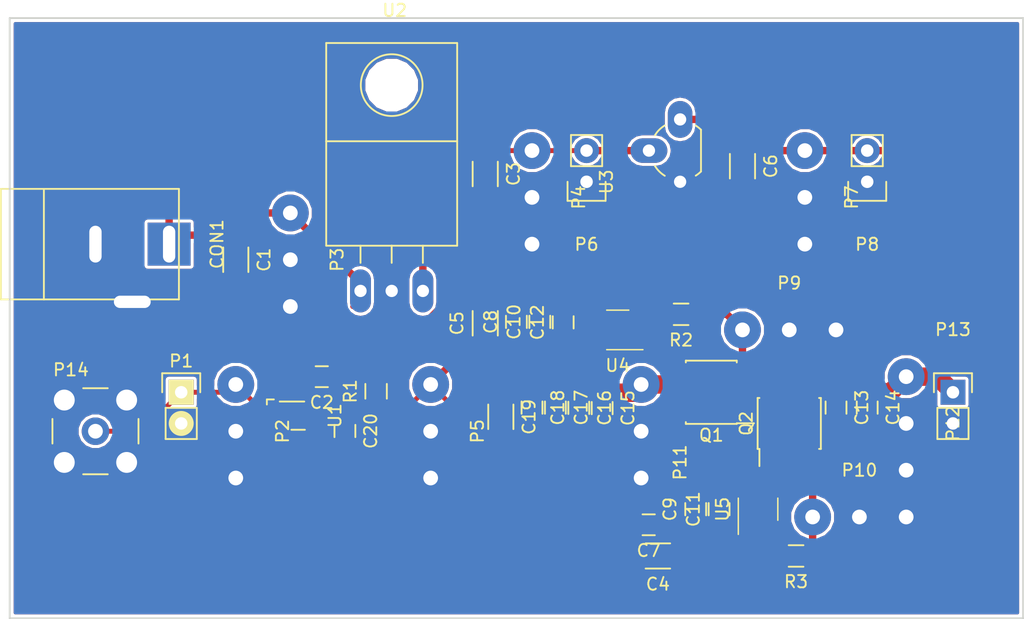
<source format=kicad_pcb>
(kicad_pcb (version 4) (host pcbnew 4.0.5)

  (general
    (links 113)
    (no_connects 0)
    (area 48.538719 77.77516 130.575002 126.565)
    (thickness 1.6)
    (drawings 4)
    (tracks 302)
    (zones 0)
    (modules 45)
    (nets 15)
  )

  (page A4)
  (layers
    (0 F.Cu signal)
    (31 B.Cu signal)
    (32 B.Adhes user)
    (33 F.Adhes user)
    (34 B.Paste user)
    (35 F.Paste user hide)
    (36 B.SilkS user hide)
    (37 F.SilkS user)
    (38 B.Mask user hide)
    (39 F.Mask user hide)
    (40 Dwgs.User user)
    (41 Cmts.User user)
    (42 Eco1.User user)
    (43 Eco2.User user)
    (44 Edge.Cuts user)
    (45 Margin user)
    (46 B.CrtYd user)
    (47 F.CrtYd user)
    (48 B.Fab user)
    (49 F.Fab user hide)
  )

  (setup
    (last_trace_width 1.5)
    (user_trace_width 0.6)
    (user_trace_width 1.5)
    (trace_clearance 0.2)
    (zone_clearance 0.25)
    (zone_45_only no)
    (trace_min 0.2)
    (segment_width 0.2)
    (edge_width 0.15)
    (via_size 0.9)
    (via_drill 0.44)
    (via_min_size 0.4)
    (via_min_drill 0.3)
    (uvia_size 0.3)
    (uvia_drill 0.1)
    (uvias_allowed no)
    (uvia_min_size 0.2)
    (uvia_min_drill 0.1)
    (pcb_text_width 0.3)
    (pcb_text_size 1.5 1.5)
    (mod_edge_width 0.15)
    (mod_text_size 1 1)
    (mod_text_width 0.15)
    (pad_size 1.524 1.524)
    (pad_drill 0.762)
    (pad_to_mask_clearance 0.2)
    (aux_axis_origin 0 0)
    (visible_elements FFFFFF7F)
    (pcbplotparams
      (layerselection 0x01000_80000001)
      (usegerberextensions false)
      (excludeedgelayer true)
      (linewidth 0.100000)
      (plotframeref false)
      (viasonmask false)
      (mode 1)
      (useauxorigin false)
      (hpglpennumber 1)
      (hpglpenspeed 20)
      (hpglpendiameter 15)
      (hpglpenoverlay 2)
      (psnegative false)
      (psa4output false)
      (plotreference true)
      (plotvalue true)
      (plotinvisibletext false)
      (padsonsilk false)
      (subtractmaskfromsilk false)
      (outputformat 1)
      (mirror false)
      (drillshape 0)
      (scaleselection 1)
      (outputdirectory ""))
  )

  (net 0 "")
  (net 1 +5V)
  (net 2 +3V3)
  (net 3 GND)
  (net 4 "Net-(P1-Pad1)")
  (net 5 +12V)
  (net 6 "Net-(C2-Pad1)")
  (net 7 "Net-(C2-Pad2)")
  (net 8 "Net-(C13-Pad1)")
  (net 9 "Net-(C15-Pad1)")
  (net 10 /TRIGGER)
  (net 11 "Net-(P9-Pad1)")
  (net 12 "Net-(P10-Pad1)")
  (net 13 "Net-(R2-Pad2)")
  (net 14 "Net-(R3-Pad2)")

  (net_class Default "This is the default net class."
    (clearance 0.2)
    (trace_width 0.4)
    (via_dia 0.9)
    (via_drill 0.44)
    (uvia_dia 0.3)
    (uvia_drill 0.1)
    (add_net +12V)
    (add_net +3V3)
    (add_net +5V)
    (add_net /TRIGGER)
    (add_net GND)
    (add_net "Net-(C13-Pad1)")
    (add_net "Net-(C15-Pad1)")
    (add_net "Net-(C2-Pad1)")
    (add_net "Net-(C2-Pad2)")
    (add_net "Net-(P1-Pad1)")
    (add_net "Net-(P10-Pad1)")
    (add_net "Net-(P9-Pad1)")
    (add_net "Net-(R2-Pad2)")
    (add_net "Net-(R3-Pad2)")
  )

  (module TO_SOT_Packages_THT:TO-220_Neutral123_Horizontal_LargePads (layer F.Cu) (tedit 0) (tstamp 588BFDEE)
    (at 80.645 101.6)
    (descr "TO-220, Neutral, Horizontal, Large Pads,")
    (tags "TO-220, Neutral, Horizontal, Large Pads,")
    (path /588D6C85)
    (fp_text reference U2 (at 0.24892 -22.84984) (layer F.SilkS)
      (effects (font (size 1 1) (thickness 0.15)))
    )
    (fp_text value LM7805CT (at -0.20066 4.24942) (layer F.Fab)
      (effects (font (size 1 1) (thickness 0.15)))
    )
    (fp_line (start -2.54 -3.683) (end -2.54 -2.286) (layer F.SilkS) (width 0.15))
    (fp_line (start 0 -3.683) (end 0 -2.286) (layer F.SilkS) (width 0.15))
    (fp_line (start 2.54 -3.683) (end 2.54 -2.286) (layer F.SilkS) (width 0.15))
    (fp_circle (center 0 -16.764) (end 1.778 -14.986) (layer F.SilkS) (width 0.15))
    (fp_line (start 5.334 -12.192) (end 5.334 -20.193) (layer F.SilkS) (width 0.15))
    (fp_line (start 5.334 -20.193) (end -5.334 -20.193) (layer F.SilkS) (width 0.15))
    (fp_line (start -5.334 -20.193) (end -5.334 -12.192) (layer F.SilkS) (width 0.15))
    (fp_line (start 5.334 -3.683) (end 5.334 -12.192) (layer F.SilkS) (width 0.15))
    (fp_line (start 5.334 -12.192) (end -5.334 -12.192) (layer F.SilkS) (width 0.15))
    (fp_line (start -5.334 -12.192) (end -5.334 -3.683) (layer F.SilkS) (width 0.15))
    (fp_line (start 0 -3.683) (end -5.334 -3.683) (layer F.SilkS) (width 0.15))
    (fp_line (start 0 -3.683) (end 5.334 -3.683) (layer F.SilkS) (width 0.15))
    (pad 2 thru_hole oval (at 0 0 90) (size 3.50012 1.69926) (drill 1.00076) (layers *.Cu *.Mask)
      (net 3 GND))
    (pad 1 thru_hole oval (at -2.54 0 90) (size 3.50012 1.69926) (drill 1.00076) (layers *.Cu *.Mask)
      (net 5 +12V))
    (pad 3 thru_hole oval (at 2.54 0 90) (size 3.50012 1.69926) (drill 1.00076) (layers *.Cu *.Mask)
      (net 1 +5V))
    (pad "" np_thru_hole circle (at 0 -16.764 90) (size 3.79984 3.79984) (drill 3.79984) (layers *.Cu *.Mask))
    (model TO_SOT_Packages_THT.3dshapes/TO-220_Neutral123_Horizontal_LargePads.wrl
      (at (xyz 0 0 0))
      (scale (xyz 0.3937 0.3937 0.3937))
      (rotate (xyz 0 0 0))
    )
  )

  (module ScopeProbe3pin:ScopeProbe3pin (layer F.Cu) (tedit 588BF20E) (tstamp 588BFA91)
    (at 72.39 99.06 270)
    (path /588C3CEB)
    (fp_text reference P3 (at 0 -3.81 270) (layer F.SilkS)
      (effects (font (size 1 1) (thickness 0.15)))
    )
    (fp_text value "12V Probe" (at 1.27 3.81 270) (layer F.Fab)
      (effects (font (size 1 1) (thickness 0.15)))
    )
    (pad 1 thru_hole circle (at -3.81 0 270) (size 2.99974 2.99974) (drill 1.19888) (layers *.Cu *.Mask)
      (net 5 +12V))
    (pad 2 thru_hole circle (at 0 0 270) (size 2.99974 2.99974) (drill 1.19888) (layers *.Cu *.Mask)
      (net 3 GND))
    (pad 3 thru_hole circle (at 3.81 0 270) (size 2.99974 2.99974) (drill 1.19888) (layers *.Cu *.Mask)
      (net 3 GND))
  )

  (module Capacitors_SMD:C_0805_HandSoldering (layer F.Cu) (tedit 541A9B8D) (tstamp 588C057D)
    (at 76.835 113.01 270)
    (descr "Capacitor SMD 0805, hand soldering")
    (tags "capacitor 0805")
    (path /588DAFBF)
    (attr smd)
    (fp_text reference C20 (at 0 -2.1 270) (layer F.SilkS)
      (effects (font (size 1 1) (thickness 0.15)))
    )
    (fp_text value 0.1u (at 0 2.1 270) (layer F.Fab)
      (effects (font (size 1 1) (thickness 0.15)))
    )
    (fp_line (start -1 0.625) (end -1 -0.625) (layer F.Fab) (width 0.15))
    (fp_line (start 1 0.625) (end -1 0.625) (layer F.Fab) (width 0.15))
    (fp_line (start 1 -0.625) (end 1 0.625) (layer F.Fab) (width 0.15))
    (fp_line (start -1 -0.625) (end 1 -0.625) (layer F.Fab) (width 0.15))
    (fp_line (start -2.3 -1) (end 2.3 -1) (layer F.CrtYd) (width 0.05))
    (fp_line (start -2.3 1) (end 2.3 1) (layer F.CrtYd) (width 0.05))
    (fp_line (start -2.3 -1) (end -2.3 1) (layer F.CrtYd) (width 0.05))
    (fp_line (start 2.3 -1) (end 2.3 1) (layer F.CrtYd) (width 0.05))
    (fp_line (start 0.5 -0.85) (end -0.5 -0.85) (layer F.SilkS) (width 0.15))
    (fp_line (start -0.5 0.85) (end 0.5 0.85) (layer F.SilkS) (width 0.15))
    (pad 1 smd rect (at -1.25 0 270) (size 1.5 1.25) (layers F.Cu F.Paste F.Mask)
      (net 2 +3V3))
    (pad 2 smd rect (at 1.25 0 270) (size 1.5 1.25) (layers F.Cu F.Paste F.Mask)
      (net 3 GND))
    (model Capacitors_SMD.3dshapes/C_0805_HandSoldering.wrl
      (at (xyz 0 0 0))
      (scale (xyz 1 1 1))
      (rotate (xyz 0 0 0))
    )
  )

  (module Pin_Headers:Pin_Header_Straight_1x02 (layer F.Cu) (tedit 54EA090C) (tstamp 584C36BB)
    (at 63.5 109.855)
    (descr "Through hole pin header")
    (tags "pin header")
    (path /5848922C)
    (fp_text reference P1 (at 0 -2.54) (layer F.SilkS)
      (effects (font (size 1 1) (thickness 0.15)))
    )
    (fp_text value "Glitch Input" (at 0 -3.1) (layer F.Fab)
      (effects (font (size 1 1) (thickness 0.15)))
    )
    (fp_line (start 1.27 1.27) (end 1.27 3.81) (layer F.SilkS) (width 0.15))
    (fp_line (start 1.55 -1.55) (end 1.55 0) (layer F.SilkS) (width 0.15))
    (fp_line (start -1.75 -1.75) (end -1.75 4.3) (layer F.CrtYd) (width 0.05))
    (fp_line (start 1.75 -1.75) (end 1.75 4.3) (layer F.CrtYd) (width 0.05))
    (fp_line (start -1.75 -1.75) (end 1.75 -1.75) (layer F.CrtYd) (width 0.05))
    (fp_line (start -1.75 4.3) (end 1.75 4.3) (layer F.CrtYd) (width 0.05))
    (fp_line (start 1.27 1.27) (end -1.27 1.27) (layer F.SilkS) (width 0.15))
    (fp_line (start -1.55 0) (end -1.55 -1.55) (layer F.SilkS) (width 0.15))
    (fp_line (start -1.55 -1.55) (end 1.55 -1.55) (layer F.SilkS) (width 0.15))
    (fp_line (start -1.27 1.27) (end -1.27 3.81) (layer F.SilkS) (width 0.15))
    (fp_line (start -1.27 3.81) (end 1.27 3.81) (layer F.SilkS) (width 0.15))
    (pad 1 thru_hole rect (at 0 0) (size 2.032 2.032) (drill 1.016) (layers *.Cu *.Mask F.SilkS)
      (net 4 "Net-(P1-Pad1)"))
    (pad 2 thru_hole oval (at 0 2.54) (size 2.032 2.032) (drill 1.016) (layers *.Cu *.Mask F.SilkS)
      (net 3 GND))
    (model Pin_Headers.3dshapes/Pin_Header_Straight_1x02.wrl
      (at (xyz 0 -0.05 0))
      (scale (xyz 1 1 1))
      (rotate (xyz 0 0 90))
    )
  )

  (module Housings_SOIC:SOIC-8_3.9x4.9mm_Pitch1.27mm (layer F.Cu) (tedit 54130A77) (tstamp 584C36C7)
    (at 113.03 112.395 90)
    (descr "8-Lead Plastic Small Outline (SN) - Narrow, 3.90 mm Body [SOIC] (see Microchip Packaging Specification 00000049BS.pdf)")
    (tags "SOIC 1.27")
    (path /58488F14)
    (attr smd)
    (fp_text reference Q2 (at 0 -3.5 90) (layer F.SilkS)
      (effects (font (size 1 1) (thickness 0.15)))
    )
    (fp_text value IRF7807TRPBF (at 0 3.5 90) (layer F.Fab)
      (effects (font (size 1 1) (thickness 0.15)))
    )
    (fp_line (start -3.75 -2.75) (end -3.75 2.75) (layer F.CrtYd) (width 0.05))
    (fp_line (start 3.75 -2.75) (end 3.75 2.75) (layer F.CrtYd) (width 0.05))
    (fp_line (start -3.75 -2.75) (end 3.75 -2.75) (layer F.CrtYd) (width 0.05))
    (fp_line (start -3.75 2.75) (end 3.75 2.75) (layer F.CrtYd) (width 0.05))
    (fp_line (start -2.075 -2.575) (end -2.075 -2.43) (layer F.SilkS) (width 0.15))
    (fp_line (start 2.075 -2.575) (end 2.075 -2.43) (layer F.SilkS) (width 0.15))
    (fp_line (start 2.075 2.575) (end 2.075 2.43) (layer F.SilkS) (width 0.15))
    (fp_line (start -2.075 2.575) (end -2.075 2.43) (layer F.SilkS) (width 0.15))
    (fp_line (start -2.075 -2.575) (end 2.075 -2.575) (layer F.SilkS) (width 0.15))
    (fp_line (start -2.075 2.575) (end 2.075 2.575) (layer F.SilkS) (width 0.15))
    (fp_line (start -2.075 -2.43) (end -3.475 -2.43) (layer F.SilkS) (width 0.15))
    (pad 1 smd rect (at -2.7 -1.905 90) (size 1.55 0.6) (layers F.Cu F.Paste F.Mask)
      (net 3 GND))
    (pad 2 smd rect (at -2.7 -0.635 90) (size 1.55 0.6) (layers F.Cu F.Paste F.Mask)
      (net 3 GND))
    (pad 3 smd rect (at -2.7 0.635 90) (size 1.55 0.6) (layers F.Cu F.Paste F.Mask)
      (net 3 GND))
    (pad 4 smd rect (at -2.7 1.905 90) (size 1.55 0.6) (layers F.Cu F.Paste F.Mask)
      (net 12 "Net-(P10-Pad1)"))
    (pad 5 smd rect (at 2.7 1.905 90) (size 1.55 0.6) (layers F.Cu F.Paste F.Mask)
      (net 8 "Net-(C13-Pad1)"))
    (pad 6 smd rect (at 2.7 0.635 90) (size 1.55 0.6) (layers F.Cu F.Paste F.Mask)
      (net 8 "Net-(C13-Pad1)"))
    (pad 7 smd rect (at 2.7 -0.635 90) (size 1.55 0.6) (layers F.Cu F.Paste F.Mask)
      (net 8 "Net-(C13-Pad1)"))
    (pad 8 smd rect (at 2.7 -1.905 90) (size 1.55 0.6) (layers F.Cu F.Paste F.Mask)
      (net 8 "Net-(C13-Pad1)"))
    (model Housings_SOIC.3dshapes/SOIC-8_3.9x4.9mm_Pitch1.27mm.wrl
      (at (xyz 0 0 0))
      (scale (xyz 1 1 1))
      (rotate (xyz 0 0 0))
    )
  )

  (module TO_SOT_Packages_SMD:SC-70-6_Handsoldering (layer F.Cu) (tedit 56EA23C4) (tstamp 584C377D)
    (at 73.025 111.76 270)
    (descr "SC-70-6, Handsoldering,")
    (tags "SC-70-6 Handsoldering")
    (path /58489106)
    (attr smd)
    (fp_text reference U1 (at 0 -3 270) (layer F.SilkS)
      (effects (font (size 1 1) (thickness 0.15)))
    )
    (fp_text value NC7WZ14 (at 0 3.5 270) (layer F.Fab)
      (effects (font (size 1 1) (thickness 0.15)))
    )
    (fp_line (start 1.3 2.4) (end 1.3 -2.4) (layer F.CrtYd) (width 0.05))
    (fp_line (start -1.3 2.4) (end 1.3 2.4) (layer F.CrtYd) (width 0.05))
    (fp_line (start -1.3 -2.4) (end -1.3 2.4) (layer F.CrtYd) (width 0.05))
    (fp_line (start 1.3 -2.4) (end -1.3 -2.4) (layer F.CrtYd) (width 0.05))
    (fp_line (start 1.15 -0.55) (end 1.15 0.55) (layer F.SilkS) (width 0.15))
    (fp_line (start -1.15 -0.5) (end -1.15 1.5) (layer F.SilkS) (width 0.15))
    (fp_line (start -1.3208 1.97866) (end -1.3208 2.54762) (layer F.SilkS) (width 0.15))
    (fp_line (start -1.3208 2.54762) (end -0.90932 2.54762) (layer F.SilkS) (width 0.15))
    (pad 1 smd rect (at -0.65024 1.33096 270) (size 0.39878 1.50114) (layers F.Cu F.Paste F.Mask)
      (net 4 "Net-(P1-Pad1)"))
    (pad 2 smd rect (at 0 1.33096 270) (size 0.39878 1.50114) (layers F.Cu F.Paste F.Mask)
      (net 3 GND))
    (pad 3 smd rect (at 0.65024 1.33096 270) (size 0.39878 1.50114) (layers F.Cu F.Paste F.Mask)
      (net 7 "Net-(C2-Pad2)"))
    (pad 4 smd rect (at 0.65024 -1.33096 270) (size 0.39878 1.50114) (layers F.Cu F.Paste F.Mask)
      (net 10 /TRIGGER))
    (pad 5 smd rect (at 0 -1.33096 270) (size 0.39878 1.50114) (layers F.Cu F.Paste F.Mask)
      (net 2 +3V3))
    (pad 6 smd rect (at -0.65024 -1.33096 270) (size 0.39878 1.50114) (layers F.Cu F.Paste F.Mask)
      (net 6 "Net-(C2-Pad1)"))
    (model TO_SOT_Packages_SMD.3dshapes/SC-70-6_Handsoldering.wrl
      (at (xyz 0 0 0))
      (scale (xyz 1 1 1))
      (rotate (xyz 0 0 0))
    )
  )

  (module Capacitors_SMD:C_0805_HandSoldering (layer F.Cu) (tedit 541A9B8D) (tstamp 5865914C)
    (at 74.95 108.585 180)
    (descr "Capacitor SMD 0805, hand soldering")
    (tags "capacitor 0805")
    (path /586603DC)
    (attr smd)
    (fp_text reference C2 (at 0 -2.1 180) (layer F.SilkS)
      (effects (font (size 1 1) (thickness 0.15)))
    )
    (fp_text value 0.1u (at 0 2.1 180) (layer F.Fab)
      (effects (font (size 1 1) (thickness 0.15)))
    )
    (fp_line (start -1 0.625) (end -1 -0.625) (layer F.Fab) (width 0.15))
    (fp_line (start 1 0.625) (end -1 0.625) (layer F.Fab) (width 0.15))
    (fp_line (start 1 -0.625) (end 1 0.625) (layer F.Fab) (width 0.15))
    (fp_line (start -1 -0.625) (end 1 -0.625) (layer F.Fab) (width 0.15))
    (fp_line (start -2.3 -1) (end 2.3 -1) (layer F.CrtYd) (width 0.05))
    (fp_line (start -2.3 1) (end 2.3 1) (layer F.CrtYd) (width 0.05))
    (fp_line (start -2.3 -1) (end -2.3 1) (layer F.CrtYd) (width 0.05))
    (fp_line (start 2.3 -1) (end 2.3 1) (layer F.CrtYd) (width 0.05))
    (fp_line (start 0.5 -0.85) (end -0.5 -0.85) (layer F.SilkS) (width 0.15))
    (fp_line (start -0.5 0.85) (end 0.5 0.85) (layer F.SilkS) (width 0.15))
    (pad 1 smd rect (at -1.25 0 180) (size 1.5 1.25) (layers F.Cu F.Paste F.Mask)
      (net 6 "Net-(C2-Pad1)"))
    (pad 2 smd rect (at 1.25 0 180) (size 1.5 1.25) (layers F.Cu F.Paste F.Mask)
      (net 7 "Net-(C2-Pad2)"))
    (model Capacitors_SMD.3dshapes/C_0805_HandSoldering.wrl
      (at (xyz 0 0 0))
      (scale (xyz 1 1 1))
      (rotate (xyz 0 0 0))
    )
  )

  (module Housings_SOIC:SOIC-8_3.9x4.9mm_Pitch1.27mm (layer F.Cu) (tedit 54130A77) (tstamp 58659275)
    (at 106.68 109.855 180)
    (descr "8-Lead Plastic Small Outline (SN) - Narrow, 3.90 mm Body [SOIC] (see Microchip Packaging Specification 00000049BS.pdf)")
    (tags "SOIC 1.27")
    (path /58658E59)
    (attr smd)
    (fp_text reference Q1 (at 0 -3.5 180) (layer F.SilkS)
      (effects (font (size 1 1) (thickness 0.15)))
    )
    (fp_text value IRF7807TRPBF (at 0 3.5 180) (layer F.Fab)
      (effects (font (size 1 1) (thickness 0.15)))
    )
    (fp_line (start -0.95 -2.45) (end 1.95 -2.45) (layer F.Fab) (width 0.15))
    (fp_line (start 1.95 -2.45) (end 1.95 2.45) (layer F.Fab) (width 0.15))
    (fp_line (start 1.95 2.45) (end -1.95 2.45) (layer F.Fab) (width 0.15))
    (fp_line (start -1.95 2.45) (end -1.95 -1.45) (layer F.Fab) (width 0.15))
    (fp_line (start -1.95 -1.45) (end -0.95 -2.45) (layer F.Fab) (width 0.15))
    (fp_line (start -3.75 -2.75) (end -3.75 2.75) (layer F.CrtYd) (width 0.05))
    (fp_line (start 3.75 -2.75) (end 3.75 2.75) (layer F.CrtYd) (width 0.05))
    (fp_line (start -3.75 -2.75) (end 3.75 -2.75) (layer F.CrtYd) (width 0.05))
    (fp_line (start -3.75 2.75) (end 3.75 2.75) (layer F.CrtYd) (width 0.05))
    (fp_line (start -2.075 -2.575) (end -2.075 -2.525) (layer F.SilkS) (width 0.15))
    (fp_line (start 2.075 -2.575) (end 2.075 -2.43) (layer F.SilkS) (width 0.15))
    (fp_line (start 2.075 2.575) (end 2.075 2.43) (layer F.SilkS) (width 0.15))
    (fp_line (start -2.075 2.575) (end -2.075 2.43) (layer F.SilkS) (width 0.15))
    (fp_line (start -2.075 -2.575) (end 2.075 -2.575) (layer F.SilkS) (width 0.15))
    (fp_line (start -2.075 2.575) (end 2.075 2.575) (layer F.SilkS) (width 0.15))
    (fp_line (start -2.075 -2.525) (end -3.475 -2.525) (layer F.SilkS) (width 0.15))
    (pad 1 smd rect (at -2.7 -1.905 180) (size 1.55 0.6) (layers F.Cu F.Paste F.Mask)
      (net 8 "Net-(C13-Pad1)"))
    (pad 2 smd rect (at -2.7 -0.635 180) (size 1.55 0.6) (layers F.Cu F.Paste F.Mask)
      (net 8 "Net-(C13-Pad1)"))
    (pad 3 smd rect (at -2.7 0.635 180) (size 1.55 0.6) (layers F.Cu F.Paste F.Mask)
      (net 8 "Net-(C13-Pad1)"))
    (pad 4 smd rect (at -2.7 1.905 180) (size 1.55 0.6) (layers F.Cu F.Paste F.Mask)
      (net 11 "Net-(P9-Pad1)"))
    (pad 5 smd rect (at 2.7 1.905 180) (size 1.55 0.6) (layers F.Cu F.Paste F.Mask)
      (net 9 "Net-(C15-Pad1)"))
    (pad 6 smd rect (at 2.7 0.635 180) (size 1.55 0.6) (layers F.Cu F.Paste F.Mask)
      (net 9 "Net-(C15-Pad1)"))
    (pad 7 smd rect (at 2.7 -0.635 180) (size 1.55 0.6) (layers F.Cu F.Paste F.Mask)
      (net 9 "Net-(C15-Pad1)"))
    (pad 8 smd rect (at 2.7 -1.905 180) (size 1.55 0.6) (layers F.Cu F.Paste F.Mask)
      (net 9 "Net-(C15-Pad1)"))
    (model Housings_SOIC.3dshapes/SOIC-8_3.9x4.9mm_Pitch1.27mm.wrl
      (at (xyz 0 0 0))
      (scale (xyz 1 1 1))
      (rotate (xyz 0 0 0))
    )
  )

  (module Resistors_SMD:R_0805_HandSoldering (layer F.Cu) (tedit 58307B90) (tstamp 586598A3)
    (at 79.375 109.775 90)
    (descr "Resistor SMD 0805, hand soldering")
    (tags "resistor 0805")
    (path /586606C1)
    (attr smd)
    (fp_text reference R1 (at 0 -2.1 90) (layer F.SilkS)
      (effects (font (size 1 1) (thickness 0.15)))
    )
    (fp_text value 47k (at 0 2.1 90) (layer F.Fab)
      (effects (font (size 1 1) (thickness 0.15)))
    )
    (fp_line (start -1 0.625) (end -1 -0.625) (layer F.Fab) (width 0.1))
    (fp_line (start 1 0.625) (end -1 0.625) (layer F.Fab) (width 0.1))
    (fp_line (start 1 -0.625) (end 1 0.625) (layer F.Fab) (width 0.1))
    (fp_line (start -1 -0.625) (end 1 -0.625) (layer F.Fab) (width 0.1))
    (fp_line (start -2.4 -1) (end 2.4 -1) (layer F.CrtYd) (width 0.05))
    (fp_line (start -2.4 1) (end 2.4 1) (layer F.CrtYd) (width 0.05))
    (fp_line (start -2.4 -1) (end -2.4 1) (layer F.CrtYd) (width 0.05))
    (fp_line (start 2.4 -1) (end 2.4 1) (layer F.CrtYd) (width 0.05))
    (fp_line (start 0.6 0.875) (end -0.6 0.875) (layer F.SilkS) (width 0.15))
    (fp_line (start -0.6 -0.875) (end 0.6 -0.875) (layer F.SilkS) (width 0.15))
    (pad 1 smd rect (at -1.35 0 90) (size 1.5 1.3) (layers F.Cu F.Paste F.Mask)
      (net 2 +3V3))
    (pad 2 smd rect (at 1.35 0 90) (size 1.5 1.3) (layers F.Cu F.Paste F.Mask)
      (net 7 "Net-(C2-Pad2)"))
    (model Resistors_SMD.3dshapes/R_0805_HandSoldering.wrl
      (at (xyz 0 0 0))
      (scale (xyz 1 1 1))
      (rotate (xyz 0 0 0))
    )
  )

  (module TO_SOT_Packages_SMD:SOT-23-6_Handsoldering (layer F.Cu) (tedit 583F3ECB) (tstamp 586598EB)
    (at 99.06 104.775 180)
    (descr "6-pin SOT-23 package, Handsoldering")
    (tags "SOT-23-6 Handsoldering")
    (path /5865DA3B)
    (attr smd)
    (fp_text reference U4 (at 0 -2.9 180) (layer F.SilkS)
      (effects (font (size 1 1) (thickness 0.15)))
    )
    (fp_text value LM5134 (at 0 2.9 180) (layer F.Fab)
      (effects (font (size 1 1) (thickness 0.15)))
    )
    (fp_line (start -0.9 1.61) (end 0.9 1.61) (layer F.SilkS) (width 0.12))
    (fp_line (start 0.9 -1.61) (end -2.05 -1.61) (layer F.SilkS) (width 0.12))
    (fp_line (start -2.4 1.8) (end -2.4 -1.8) (layer F.CrtYd) (width 0.05))
    (fp_line (start 2.4 1.8) (end -2.4 1.8) (layer F.CrtYd) (width 0.05))
    (fp_line (start 2.4 -1.8) (end 2.4 1.8) (layer F.CrtYd) (width 0.05))
    (fp_line (start -2.4 -1.8) (end 2.4 -1.8) (layer F.CrtYd) (width 0.05))
    (fp_line (start 0.9 -1.55) (end -0.9 -1.55) (layer F.Fab) (width 0.15))
    (fp_line (start -0.9 -1.55) (end -0.9 1.55) (layer F.Fab) (width 0.15))
    (fp_line (start 0.9 1.55) (end -0.9 1.55) (layer F.Fab) (width 0.15))
    (fp_line (start 0.9 -1.55) (end 0.9 1.55) (layer F.Fab) (width 0.15))
    (pad 1 smd rect (at -1.35 -0.95 180) (size 1.56 0.65) (layers F.Cu F.Paste F.Mask)
      (net 5 +12V))
    (pad 2 smd rect (at -1.35 0 180) (size 1.56 0.65) (layers F.Cu F.Paste F.Mask))
    (pad 3 smd rect (at -1.35 0.95 180) (size 1.56 0.65) (layers F.Cu F.Paste F.Mask)
      (net 13 "Net-(R2-Pad2)"))
    (pad 4 smd rect (at 1.35 0.95 180) (size 1.56 0.65) (layers F.Cu F.Paste F.Mask)
      (net 3 GND))
    (pad 6 smd rect (at 1.35 -0.95 180) (size 1.56 0.65) (layers F.Cu F.Paste F.Mask)
      (net 5 +12V))
    (pad 5 smd rect (at 1.35 0 180) (size 1.56 0.65) (layers F.Cu F.Paste F.Mask)
      (net 10 /TRIGGER))
    (model TO_SOT_Packages_SMD.3dshapes/SOT-23-6.wrl
      (at (xyz 0 0 0))
      (scale (xyz 1 1 1))
      (rotate (xyz 0 0 0))
    )
  )

  (module TO_SOT_Packages_SMD:SOT-23-6_Handsoldering (layer F.Cu) (tedit 583F3ECB) (tstamp 586598FF)
    (at 110.49 119.38 90)
    (descr "6-pin SOT-23 package, Handsoldering")
    (tags "SOT-23-6 Handsoldering")
    (path /586596F8)
    (attr smd)
    (fp_text reference U5 (at 0 -2.9 90) (layer F.SilkS)
      (effects (font (size 1 1) (thickness 0.15)))
    )
    (fp_text value LM5134 (at 0 2.9 90) (layer F.Fab)
      (effects (font (size 1 1) (thickness 0.15)))
    )
    (fp_line (start -0.9 1.61) (end 0.9 1.61) (layer F.SilkS) (width 0.12))
    (fp_line (start 0.9 -1.61) (end -2.05 -1.61) (layer F.SilkS) (width 0.12))
    (fp_line (start -2.4 1.8) (end -2.4 -1.8) (layer F.CrtYd) (width 0.05))
    (fp_line (start 2.4 1.8) (end -2.4 1.8) (layer F.CrtYd) (width 0.05))
    (fp_line (start 2.4 -1.8) (end 2.4 1.8) (layer F.CrtYd) (width 0.05))
    (fp_line (start -2.4 -1.8) (end 2.4 -1.8) (layer F.CrtYd) (width 0.05))
    (fp_line (start 0.9 -1.55) (end -0.9 -1.55) (layer F.Fab) (width 0.15))
    (fp_line (start -0.9 -1.55) (end -0.9 1.55) (layer F.Fab) (width 0.15))
    (fp_line (start 0.9 1.55) (end -0.9 1.55) (layer F.Fab) (width 0.15))
    (fp_line (start 0.9 -1.55) (end 0.9 1.55) (layer F.Fab) (width 0.15))
    (pad 1 smd rect (at -1.35 -0.95 90) (size 1.56 0.65) (layers F.Cu F.Paste F.Mask)
      (net 5 +12V))
    (pad 2 smd rect (at -1.35 0 90) (size 1.56 0.65) (layers F.Cu F.Paste F.Mask))
    (pad 3 smd rect (at -1.35 0.95 90) (size 1.56 0.65) (layers F.Cu F.Paste F.Mask)
      (net 14 "Net-(R3-Pad2)"))
    (pad 4 smd rect (at 1.35 0.95 90) (size 1.56 0.65) (layers F.Cu F.Paste F.Mask)
      (net 3 GND))
    (pad 6 smd rect (at 1.35 -0.95 90) (size 1.56 0.65) (layers F.Cu F.Paste F.Mask)
      (net 10 /TRIGGER))
    (pad 5 smd rect (at 1.35 0 90) (size 1.56 0.65) (layers F.Cu F.Paste F.Mask)
      (net 3 GND))
    (model TO_SOT_Packages_SMD.3dshapes/SOT-23-6.wrl
      (at (xyz 0 0 0))
      (scale (xyz 1 1 1))
      (rotate (xyz 0 0 0))
    )
  )

  (module Capacitors_SMD:C_1206_HandSoldering (layer F.Cu) (tedit 541A9C03) (tstamp 588BF350)
    (at 67.945 99.06 270)
    (descr "Capacitor SMD 1206, hand soldering")
    (tags "capacitor 1206")
    (path /588C00C4)
    (attr smd)
    (fp_text reference C1 (at 0 -2.3 270) (layer F.SilkS)
      (effects (font (size 1 1) (thickness 0.15)))
    )
    (fp_text value 4u7 (at 0 2.3 270) (layer F.Fab)
      (effects (font (size 1 1) (thickness 0.15)))
    )
    (fp_line (start -1.6 0.8) (end -1.6 -0.8) (layer F.Fab) (width 0.15))
    (fp_line (start 1.6 0.8) (end -1.6 0.8) (layer F.Fab) (width 0.15))
    (fp_line (start 1.6 -0.8) (end 1.6 0.8) (layer F.Fab) (width 0.15))
    (fp_line (start -1.6 -0.8) (end 1.6 -0.8) (layer F.Fab) (width 0.15))
    (fp_line (start -3.3 -1.15) (end 3.3 -1.15) (layer F.CrtYd) (width 0.05))
    (fp_line (start -3.3 1.15) (end 3.3 1.15) (layer F.CrtYd) (width 0.05))
    (fp_line (start -3.3 -1.15) (end -3.3 1.15) (layer F.CrtYd) (width 0.05))
    (fp_line (start 3.3 -1.15) (end 3.3 1.15) (layer F.CrtYd) (width 0.05))
    (fp_line (start 1 -1.025) (end -1 -1.025) (layer F.SilkS) (width 0.15))
    (fp_line (start -1 1.025) (end 1 1.025) (layer F.SilkS) (width 0.15))
    (pad 1 smd rect (at -2 0 270) (size 2 1.6) (layers F.Cu F.Paste F.Mask)
      (net 5 +12V))
    (pad 2 smd rect (at 2 0 270) (size 2 1.6) (layers F.Cu F.Paste F.Mask)
      (net 3 GND))
    (model Capacitors_SMD.3dshapes/C_1206_HandSoldering.wrl
      (at (xyz 0 0 0))
      (scale (xyz 1 1 1))
      (rotate (xyz 0 0 0))
    )
  )

  (module Capacitors_SMD:C_1206_HandSoldering (layer F.Cu) (tedit 541A9C03) (tstamp 588BF360)
    (at 88.265 92.075 270)
    (descr "Capacitor SMD 1206, hand soldering")
    (tags "capacitor 1206")
    (path /588C2953)
    (attr smd)
    (fp_text reference C3 (at 0 -2.3 270) (layer F.SilkS)
      (effects (font (size 1 1) (thickness 0.15)))
    )
    (fp_text value 4u7 (at 0 2.3 270) (layer F.Fab)
      (effects (font (size 1 1) (thickness 0.15)))
    )
    (fp_line (start -1.6 0.8) (end -1.6 -0.8) (layer F.Fab) (width 0.15))
    (fp_line (start 1.6 0.8) (end -1.6 0.8) (layer F.Fab) (width 0.15))
    (fp_line (start 1.6 -0.8) (end 1.6 0.8) (layer F.Fab) (width 0.15))
    (fp_line (start -1.6 -0.8) (end 1.6 -0.8) (layer F.Fab) (width 0.15))
    (fp_line (start -3.3 -1.15) (end 3.3 -1.15) (layer F.CrtYd) (width 0.05))
    (fp_line (start -3.3 1.15) (end 3.3 1.15) (layer F.CrtYd) (width 0.05))
    (fp_line (start -3.3 -1.15) (end -3.3 1.15) (layer F.CrtYd) (width 0.05))
    (fp_line (start 3.3 -1.15) (end 3.3 1.15) (layer F.CrtYd) (width 0.05))
    (fp_line (start 1 -1.025) (end -1 -1.025) (layer F.SilkS) (width 0.15))
    (fp_line (start -1 1.025) (end 1 1.025) (layer F.SilkS) (width 0.15))
    (pad 1 smd rect (at -2 0 270) (size 2 1.6) (layers F.Cu F.Paste F.Mask)
      (net 1 +5V))
    (pad 2 smd rect (at 2 0 270) (size 2 1.6) (layers F.Cu F.Paste F.Mask)
      (net 3 GND))
    (model Capacitors_SMD.3dshapes/C_1206_HandSoldering.wrl
      (at (xyz 0 0 0))
      (scale (xyz 1 1 1))
      (rotate (xyz 0 0 0))
    )
  )

  (module Capacitors_SMD:C_1206_HandSoldering (layer F.Cu) (tedit 541A9C03) (tstamp 588BF370)
    (at 102.33 123.19 180)
    (descr "Capacitor SMD 1206, hand soldering")
    (tags "capacitor 1206")
    (path /588D3A7C)
    (attr smd)
    (fp_text reference C4 (at 0 -2.3 180) (layer F.SilkS)
      (effects (font (size 1 1) (thickness 0.15)))
    )
    (fp_text value 4u7 (at 0 2.3 180) (layer F.Fab)
      (effects (font (size 1 1) (thickness 0.15)))
    )
    (fp_line (start -1.6 0.8) (end -1.6 -0.8) (layer F.Fab) (width 0.15))
    (fp_line (start 1.6 0.8) (end -1.6 0.8) (layer F.Fab) (width 0.15))
    (fp_line (start 1.6 -0.8) (end 1.6 0.8) (layer F.Fab) (width 0.15))
    (fp_line (start -1.6 -0.8) (end 1.6 -0.8) (layer F.Fab) (width 0.15))
    (fp_line (start -3.3 -1.15) (end 3.3 -1.15) (layer F.CrtYd) (width 0.05))
    (fp_line (start -3.3 1.15) (end 3.3 1.15) (layer F.CrtYd) (width 0.05))
    (fp_line (start -3.3 -1.15) (end -3.3 1.15) (layer F.CrtYd) (width 0.05))
    (fp_line (start 3.3 -1.15) (end 3.3 1.15) (layer F.CrtYd) (width 0.05))
    (fp_line (start 1 -1.025) (end -1 -1.025) (layer F.SilkS) (width 0.15))
    (fp_line (start -1 1.025) (end 1 1.025) (layer F.SilkS) (width 0.15))
    (pad 1 smd rect (at -2 0 180) (size 2 1.6) (layers F.Cu F.Paste F.Mask)
      (net 5 +12V))
    (pad 2 smd rect (at 2 0 180) (size 2 1.6) (layers F.Cu F.Paste F.Mask)
      (net 3 GND))
    (model Capacitors_SMD.3dshapes/C_1206_HandSoldering.wrl
      (at (xyz 0 0 0))
      (scale (xyz 1 1 1))
      (rotate (xyz 0 0 0))
    )
  )

  (module Capacitors_SMD:C_1206_HandSoldering (layer F.Cu) (tedit 541A9C03) (tstamp 588BF380)
    (at 88.265 104.235 90)
    (descr "Capacitor SMD 1206, hand soldering")
    (tags "capacitor 1206")
    (path /588D1CB1)
    (attr smd)
    (fp_text reference C5 (at 0 -2.3 90) (layer F.SilkS)
      (effects (font (size 1 1) (thickness 0.15)))
    )
    (fp_text value 4u7 (at 0 2.3 90) (layer F.Fab)
      (effects (font (size 1 1) (thickness 0.15)))
    )
    (fp_line (start -1.6 0.8) (end -1.6 -0.8) (layer F.Fab) (width 0.15))
    (fp_line (start 1.6 0.8) (end -1.6 0.8) (layer F.Fab) (width 0.15))
    (fp_line (start 1.6 -0.8) (end 1.6 0.8) (layer F.Fab) (width 0.15))
    (fp_line (start -1.6 -0.8) (end 1.6 -0.8) (layer F.Fab) (width 0.15))
    (fp_line (start -3.3 -1.15) (end 3.3 -1.15) (layer F.CrtYd) (width 0.05))
    (fp_line (start -3.3 1.15) (end 3.3 1.15) (layer F.CrtYd) (width 0.05))
    (fp_line (start -3.3 -1.15) (end -3.3 1.15) (layer F.CrtYd) (width 0.05))
    (fp_line (start 3.3 -1.15) (end 3.3 1.15) (layer F.CrtYd) (width 0.05))
    (fp_line (start 1 -1.025) (end -1 -1.025) (layer F.SilkS) (width 0.15))
    (fp_line (start -1 1.025) (end 1 1.025) (layer F.SilkS) (width 0.15))
    (pad 1 smd rect (at -2 0 90) (size 2 1.6) (layers F.Cu F.Paste F.Mask)
      (net 5 +12V))
    (pad 2 smd rect (at 2 0 90) (size 2 1.6) (layers F.Cu F.Paste F.Mask)
      (net 3 GND))
    (model Capacitors_SMD.3dshapes/C_1206_HandSoldering.wrl
      (at (xyz 0 0 0))
      (scale (xyz 1 1 1))
      (rotate (xyz 0 0 0))
    )
  )

  (module Capacitors_SMD:C_1206_HandSoldering (layer F.Cu) (tedit 541A9C03) (tstamp 588BF390)
    (at 109.22 91.44 270)
    (descr "Capacitor SMD 1206, hand soldering")
    (tags "capacitor 1206")
    (path /588C4ABA)
    (attr smd)
    (fp_text reference C6 (at 0 -2.3 270) (layer F.SilkS)
      (effects (font (size 1 1) (thickness 0.15)))
    )
    (fp_text value 4u7 (at 0 2.3 270) (layer F.Fab)
      (effects (font (size 1 1) (thickness 0.15)))
    )
    (fp_line (start -1.6 0.8) (end -1.6 -0.8) (layer F.Fab) (width 0.15))
    (fp_line (start 1.6 0.8) (end -1.6 0.8) (layer F.Fab) (width 0.15))
    (fp_line (start 1.6 -0.8) (end 1.6 0.8) (layer F.Fab) (width 0.15))
    (fp_line (start -1.6 -0.8) (end 1.6 -0.8) (layer F.Fab) (width 0.15))
    (fp_line (start -3.3 -1.15) (end 3.3 -1.15) (layer F.CrtYd) (width 0.05))
    (fp_line (start -3.3 1.15) (end 3.3 1.15) (layer F.CrtYd) (width 0.05))
    (fp_line (start -3.3 -1.15) (end -3.3 1.15) (layer F.CrtYd) (width 0.05))
    (fp_line (start 3.3 -1.15) (end 3.3 1.15) (layer F.CrtYd) (width 0.05))
    (fp_line (start 1 -1.025) (end -1 -1.025) (layer F.SilkS) (width 0.15))
    (fp_line (start -1 1.025) (end 1 1.025) (layer F.SilkS) (width 0.15))
    (pad 1 smd rect (at -2 0 270) (size 2 1.6) (layers F.Cu F.Paste F.Mask)
      (net 2 +3V3))
    (pad 2 smd rect (at 2 0 270) (size 2 1.6) (layers F.Cu F.Paste F.Mask)
      (net 3 GND))
    (model Capacitors_SMD.3dshapes/C_1206_HandSoldering.wrl
      (at (xyz 0 0 0))
      (scale (xyz 1 1 1))
      (rotate (xyz 0 0 0))
    )
  )

  (module Capacitors_SMD:C_0805_HandSoldering (layer F.Cu) (tedit 541A9B8D) (tstamp 588BF3A0)
    (at 101.58 120.65 180)
    (descr "Capacitor SMD 0805, hand soldering")
    (tags "capacitor 0805")
    (path /588D3A6A)
    (attr smd)
    (fp_text reference C7 (at 0 -2.1 180) (layer F.SilkS)
      (effects (font (size 1 1) (thickness 0.15)))
    )
    (fp_text value 1uF (at 0 2.1 180) (layer F.Fab)
      (effects (font (size 1 1) (thickness 0.15)))
    )
    (fp_line (start -1 0.625) (end -1 -0.625) (layer F.Fab) (width 0.15))
    (fp_line (start 1 0.625) (end -1 0.625) (layer F.Fab) (width 0.15))
    (fp_line (start 1 -0.625) (end 1 0.625) (layer F.Fab) (width 0.15))
    (fp_line (start -1 -0.625) (end 1 -0.625) (layer F.Fab) (width 0.15))
    (fp_line (start -2.3 -1) (end 2.3 -1) (layer F.CrtYd) (width 0.05))
    (fp_line (start -2.3 1) (end 2.3 1) (layer F.CrtYd) (width 0.05))
    (fp_line (start -2.3 -1) (end -2.3 1) (layer F.CrtYd) (width 0.05))
    (fp_line (start 2.3 -1) (end 2.3 1) (layer F.CrtYd) (width 0.05))
    (fp_line (start 0.5 -0.85) (end -0.5 -0.85) (layer F.SilkS) (width 0.15))
    (fp_line (start -0.5 0.85) (end 0.5 0.85) (layer F.SilkS) (width 0.15))
    (pad 1 smd rect (at -1.25 0 180) (size 1.5 1.25) (layers F.Cu F.Paste F.Mask)
      (net 5 +12V))
    (pad 2 smd rect (at 1.25 0 180) (size 1.5 1.25) (layers F.Cu F.Paste F.Mask)
      (net 3 GND))
    (model Capacitors_SMD.3dshapes/C_0805_HandSoldering.wrl
      (at (xyz 0 0 0))
      (scale (xyz 1 1 1))
      (rotate (xyz 0 0 0))
    )
  )

  (module Capacitors_SMD:C_0805_HandSoldering (layer F.Cu) (tedit 541A9B8D) (tstamp 588BF3B0)
    (at 90.805 104.12 90)
    (descr "Capacitor SMD 0805, hand soldering")
    (tags "capacitor 0805")
    (path /588BFCC1)
    (attr smd)
    (fp_text reference C8 (at 0 -2.1 90) (layer F.SilkS)
      (effects (font (size 1 1) (thickness 0.15)))
    )
    (fp_text value 1uF (at 0 2.1 90) (layer F.Fab)
      (effects (font (size 1 1) (thickness 0.15)))
    )
    (fp_line (start -1 0.625) (end -1 -0.625) (layer F.Fab) (width 0.15))
    (fp_line (start 1 0.625) (end -1 0.625) (layer F.Fab) (width 0.15))
    (fp_line (start 1 -0.625) (end 1 0.625) (layer F.Fab) (width 0.15))
    (fp_line (start -1 -0.625) (end 1 -0.625) (layer F.Fab) (width 0.15))
    (fp_line (start -2.3 -1) (end 2.3 -1) (layer F.CrtYd) (width 0.05))
    (fp_line (start -2.3 1) (end 2.3 1) (layer F.CrtYd) (width 0.05))
    (fp_line (start -2.3 -1) (end -2.3 1) (layer F.CrtYd) (width 0.05))
    (fp_line (start 2.3 -1) (end 2.3 1) (layer F.CrtYd) (width 0.05))
    (fp_line (start 0.5 -0.85) (end -0.5 -0.85) (layer F.SilkS) (width 0.15))
    (fp_line (start -0.5 0.85) (end 0.5 0.85) (layer F.SilkS) (width 0.15))
    (pad 1 smd rect (at -1.25 0 90) (size 1.5 1.25) (layers F.Cu F.Paste F.Mask)
      (net 5 +12V))
    (pad 2 smd rect (at 1.25 0 90) (size 1.5 1.25) (layers F.Cu F.Paste F.Mask)
      (net 3 GND))
    (model Capacitors_SMD.3dshapes/C_0805_HandSoldering.wrl
      (at (xyz 0 0 0))
      (scale (xyz 1 1 1))
      (rotate (xyz 0 0 0))
    )
  )

  (module Capacitors_SMD:C_0805_HandSoldering (layer F.Cu) (tedit 541A9B8D) (tstamp 588BF3C0)
    (at 105.41 119.38 90)
    (descr "Capacitor SMD 0805, hand soldering")
    (tags "capacitor 0805")
    (path /588D3A70)
    (attr smd)
    (fp_text reference C9 (at 0 -2.1 90) (layer F.SilkS)
      (effects (font (size 1 1) (thickness 0.15)))
    )
    (fp_text value 0.1u (at 0 2.1 90) (layer F.Fab)
      (effects (font (size 1 1) (thickness 0.15)))
    )
    (fp_line (start -1 0.625) (end -1 -0.625) (layer F.Fab) (width 0.15))
    (fp_line (start 1 0.625) (end -1 0.625) (layer F.Fab) (width 0.15))
    (fp_line (start 1 -0.625) (end 1 0.625) (layer F.Fab) (width 0.15))
    (fp_line (start -1 -0.625) (end 1 -0.625) (layer F.Fab) (width 0.15))
    (fp_line (start -2.3 -1) (end 2.3 -1) (layer F.CrtYd) (width 0.05))
    (fp_line (start -2.3 1) (end 2.3 1) (layer F.CrtYd) (width 0.05))
    (fp_line (start -2.3 -1) (end -2.3 1) (layer F.CrtYd) (width 0.05))
    (fp_line (start 2.3 -1) (end 2.3 1) (layer F.CrtYd) (width 0.05))
    (fp_line (start 0.5 -0.85) (end -0.5 -0.85) (layer F.SilkS) (width 0.15))
    (fp_line (start -0.5 0.85) (end 0.5 0.85) (layer F.SilkS) (width 0.15))
    (pad 1 smd rect (at -1.25 0 90) (size 1.5 1.25) (layers F.Cu F.Paste F.Mask)
      (net 5 +12V))
    (pad 2 smd rect (at 1.25 0 90) (size 1.5 1.25) (layers F.Cu F.Paste F.Mask)
      (net 3 GND))
    (model Capacitors_SMD.3dshapes/C_0805_HandSoldering.wrl
      (at (xyz 0 0 0))
      (scale (xyz 1 1 1))
      (rotate (xyz 0 0 0))
    )
  )

  (module Capacitors_SMD:C_0805_HandSoldering (layer F.Cu) (tedit 541A9B8D) (tstamp 588BF3D0)
    (at 92.71 104.12 90)
    (descr "Capacitor SMD 0805, hand soldering")
    (tags "capacitor 0805")
    (path /588BFD7F)
    (attr smd)
    (fp_text reference C10 (at 0 -2.1 90) (layer F.SilkS)
      (effects (font (size 1 1) (thickness 0.15)))
    )
    (fp_text value 0.1u (at 0 2.1 90) (layer F.Fab)
      (effects (font (size 1 1) (thickness 0.15)))
    )
    (fp_line (start -1 0.625) (end -1 -0.625) (layer F.Fab) (width 0.15))
    (fp_line (start 1 0.625) (end -1 0.625) (layer F.Fab) (width 0.15))
    (fp_line (start 1 -0.625) (end 1 0.625) (layer F.Fab) (width 0.15))
    (fp_line (start -1 -0.625) (end 1 -0.625) (layer F.Fab) (width 0.15))
    (fp_line (start -2.3 -1) (end 2.3 -1) (layer F.CrtYd) (width 0.05))
    (fp_line (start -2.3 1) (end 2.3 1) (layer F.CrtYd) (width 0.05))
    (fp_line (start -2.3 -1) (end -2.3 1) (layer F.CrtYd) (width 0.05))
    (fp_line (start 2.3 -1) (end 2.3 1) (layer F.CrtYd) (width 0.05))
    (fp_line (start 0.5 -0.85) (end -0.5 -0.85) (layer F.SilkS) (width 0.15))
    (fp_line (start -0.5 0.85) (end 0.5 0.85) (layer F.SilkS) (width 0.15))
    (pad 1 smd rect (at -1.25 0 90) (size 1.5 1.25) (layers F.Cu F.Paste F.Mask)
      (net 5 +12V))
    (pad 2 smd rect (at 1.25 0 90) (size 1.5 1.25) (layers F.Cu F.Paste F.Mask)
      (net 3 GND))
    (model Capacitors_SMD.3dshapes/C_0805_HandSoldering.wrl
      (at (xyz 0 0 0))
      (scale (xyz 1 1 1))
      (rotate (xyz 0 0 0))
    )
  )

  (module Capacitors_SMD:C_0805_HandSoldering (layer F.Cu) (tedit 541A9B8D) (tstamp 588BF3E0)
    (at 107.315 119.38 90)
    (descr "Capacitor SMD 0805, hand soldering")
    (tags "capacitor 0805")
    (path /588D3A76)
    (attr smd)
    (fp_text reference C11 (at 0 -2.1 90) (layer F.SilkS)
      (effects (font (size 1 1) (thickness 0.15)))
    )
    (fp_text value 10n (at 0 2.1 90) (layer F.Fab)
      (effects (font (size 1 1) (thickness 0.15)))
    )
    (fp_line (start -1 0.625) (end -1 -0.625) (layer F.Fab) (width 0.15))
    (fp_line (start 1 0.625) (end -1 0.625) (layer F.Fab) (width 0.15))
    (fp_line (start 1 -0.625) (end 1 0.625) (layer F.Fab) (width 0.15))
    (fp_line (start -1 -0.625) (end 1 -0.625) (layer F.Fab) (width 0.15))
    (fp_line (start -2.3 -1) (end 2.3 -1) (layer F.CrtYd) (width 0.05))
    (fp_line (start -2.3 1) (end 2.3 1) (layer F.CrtYd) (width 0.05))
    (fp_line (start -2.3 -1) (end -2.3 1) (layer F.CrtYd) (width 0.05))
    (fp_line (start 2.3 -1) (end 2.3 1) (layer F.CrtYd) (width 0.05))
    (fp_line (start 0.5 -0.85) (end -0.5 -0.85) (layer F.SilkS) (width 0.15))
    (fp_line (start -0.5 0.85) (end 0.5 0.85) (layer F.SilkS) (width 0.15))
    (pad 1 smd rect (at -1.25 0 90) (size 1.5 1.25) (layers F.Cu F.Paste F.Mask)
      (net 5 +12V))
    (pad 2 smd rect (at 1.25 0 90) (size 1.5 1.25) (layers F.Cu F.Paste F.Mask)
      (net 3 GND))
    (model Capacitors_SMD.3dshapes/C_0805_HandSoldering.wrl
      (at (xyz 0 0 0))
      (scale (xyz 1 1 1))
      (rotate (xyz 0 0 0))
    )
  )

  (module Capacitors_SMD:C_0805_HandSoldering (layer F.Cu) (tedit 541A9B8D) (tstamp 588BF3F0)
    (at 94.615 104.16 90)
    (descr "Capacitor SMD 0805, hand soldering")
    (tags "capacitor 0805")
    (path /588BFE34)
    (attr smd)
    (fp_text reference C12 (at 0 -2.1 90) (layer F.SilkS)
      (effects (font (size 1 1) (thickness 0.15)))
    )
    (fp_text value 10n (at 0 2.1 90) (layer F.Fab)
      (effects (font (size 1 1) (thickness 0.15)))
    )
    (fp_line (start -1 0.625) (end -1 -0.625) (layer F.Fab) (width 0.15))
    (fp_line (start 1 0.625) (end -1 0.625) (layer F.Fab) (width 0.15))
    (fp_line (start 1 -0.625) (end 1 0.625) (layer F.Fab) (width 0.15))
    (fp_line (start -1 -0.625) (end 1 -0.625) (layer F.Fab) (width 0.15))
    (fp_line (start -2.3 -1) (end 2.3 -1) (layer F.CrtYd) (width 0.05))
    (fp_line (start -2.3 1) (end 2.3 1) (layer F.CrtYd) (width 0.05))
    (fp_line (start -2.3 -1) (end -2.3 1) (layer F.CrtYd) (width 0.05))
    (fp_line (start 2.3 -1) (end 2.3 1) (layer F.CrtYd) (width 0.05))
    (fp_line (start 0.5 -0.85) (end -0.5 -0.85) (layer F.SilkS) (width 0.15))
    (fp_line (start -0.5 0.85) (end 0.5 0.85) (layer F.SilkS) (width 0.15))
    (pad 1 smd rect (at -1.25 0 90) (size 1.5 1.25) (layers F.Cu F.Paste F.Mask)
      (net 5 +12V))
    (pad 2 smd rect (at 1.25 0 90) (size 1.5 1.25) (layers F.Cu F.Paste F.Mask)
      (net 3 GND))
    (model Capacitors_SMD.3dshapes/C_0805_HandSoldering.wrl
      (at (xyz 0 0 0))
      (scale (xyz 1 1 1))
      (rotate (xyz 0 0 0))
    )
  )

  (module Capacitors_SMD:C_0805_HandSoldering (layer F.Cu) (tedit 541A9B8D) (tstamp 588BF400)
    (at 116.84 111.105 270)
    (descr "Capacitor SMD 0805, hand soldering")
    (tags "capacitor 0805")
    (path /588CD8E9)
    (attr smd)
    (fp_text reference C13 (at 0 -2.1 270) (layer F.SilkS)
      (effects (font (size 1 1) (thickness 0.15)))
    )
    (fp_text value 10n (at 0 2.1 270) (layer F.Fab)
      (effects (font (size 1 1) (thickness 0.15)))
    )
    (fp_line (start -1 0.625) (end -1 -0.625) (layer F.Fab) (width 0.15))
    (fp_line (start 1 0.625) (end -1 0.625) (layer F.Fab) (width 0.15))
    (fp_line (start 1 -0.625) (end 1 0.625) (layer F.Fab) (width 0.15))
    (fp_line (start -1 -0.625) (end 1 -0.625) (layer F.Fab) (width 0.15))
    (fp_line (start -2.3 -1) (end 2.3 -1) (layer F.CrtYd) (width 0.05))
    (fp_line (start -2.3 1) (end 2.3 1) (layer F.CrtYd) (width 0.05))
    (fp_line (start -2.3 -1) (end -2.3 1) (layer F.CrtYd) (width 0.05))
    (fp_line (start 2.3 -1) (end 2.3 1) (layer F.CrtYd) (width 0.05))
    (fp_line (start 0.5 -0.85) (end -0.5 -0.85) (layer F.SilkS) (width 0.15))
    (fp_line (start -0.5 0.85) (end 0.5 0.85) (layer F.SilkS) (width 0.15))
    (pad 1 smd rect (at -1.25 0 270) (size 1.5 1.25) (layers F.Cu F.Paste F.Mask)
      (net 8 "Net-(C13-Pad1)"))
    (pad 2 smd rect (at 1.25 0 270) (size 1.5 1.25) (layers F.Cu F.Paste F.Mask)
      (net 3 GND))
    (model Capacitors_SMD.3dshapes/C_0805_HandSoldering.wrl
      (at (xyz 0 0 0))
      (scale (xyz 1 1 1))
      (rotate (xyz 0 0 0))
    )
  )

  (module Capacitors_SMD:C_0805_HandSoldering (layer F.Cu) (tedit 541A9B8D) (tstamp 588BF410)
    (at 119.38 111.105 270)
    (descr "Capacitor SMD 0805, hand soldering")
    (tags "capacitor 0805")
    (path /588CD9A5)
    (attr smd)
    (fp_text reference C14 (at 0 -2.1 270) (layer F.SilkS)
      (effects (font (size 1 1) (thickness 0.15)))
    )
    (fp_text value 57p (at 0 2.1 270) (layer F.Fab)
      (effects (font (size 1 1) (thickness 0.15)))
    )
    (fp_line (start -1 0.625) (end -1 -0.625) (layer F.Fab) (width 0.15))
    (fp_line (start 1 0.625) (end -1 0.625) (layer F.Fab) (width 0.15))
    (fp_line (start 1 -0.625) (end 1 0.625) (layer F.Fab) (width 0.15))
    (fp_line (start -1 -0.625) (end 1 -0.625) (layer F.Fab) (width 0.15))
    (fp_line (start -2.3 -1) (end 2.3 -1) (layer F.CrtYd) (width 0.05))
    (fp_line (start -2.3 1) (end 2.3 1) (layer F.CrtYd) (width 0.05))
    (fp_line (start -2.3 -1) (end -2.3 1) (layer F.CrtYd) (width 0.05))
    (fp_line (start 2.3 -1) (end 2.3 1) (layer F.CrtYd) (width 0.05))
    (fp_line (start 0.5 -0.85) (end -0.5 -0.85) (layer F.SilkS) (width 0.15))
    (fp_line (start -0.5 0.85) (end 0.5 0.85) (layer F.SilkS) (width 0.15))
    (pad 1 smd rect (at -1.25 0 270) (size 1.5 1.25) (layers F.Cu F.Paste F.Mask)
      (net 8 "Net-(C13-Pad1)"))
    (pad 2 smd rect (at 1.25 0 270) (size 1.5 1.25) (layers F.Cu F.Paste F.Mask)
      (net 3 GND))
    (model Capacitors_SMD.3dshapes/C_0805_HandSoldering.wrl
      (at (xyz 0 0 0))
      (scale (xyz 1 1 1))
      (rotate (xyz 0 0 0))
    )
  )

  (module Capacitors_SMD:C_0805_HandSoldering (layer F.Cu) (tedit 541A9B8D) (tstamp 588BF420)
    (at 97.79 111.145 270)
    (descr "Capacitor SMD 0805, hand soldering")
    (tags "capacitor 0805")
    (path /588CEED0)
    (attr smd)
    (fp_text reference C15 (at 0 -2.1 270) (layer F.SilkS)
      (effects (font (size 1 1) (thickness 0.15)))
    )
    (fp_text value 57p (at 0 2.1 270) (layer F.Fab)
      (effects (font (size 1 1) (thickness 0.15)))
    )
    (fp_line (start -1 0.625) (end -1 -0.625) (layer F.Fab) (width 0.15))
    (fp_line (start 1 0.625) (end -1 0.625) (layer F.Fab) (width 0.15))
    (fp_line (start 1 -0.625) (end 1 0.625) (layer F.Fab) (width 0.15))
    (fp_line (start -1 -0.625) (end 1 -0.625) (layer F.Fab) (width 0.15))
    (fp_line (start -2.3 -1) (end 2.3 -1) (layer F.CrtYd) (width 0.05))
    (fp_line (start -2.3 1) (end 2.3 1) (layer F.CrtYd) (width 0.05))
    (fp_line (start -2.3 -1) (end -2.3 1) (layer F.CrtYd) (width 0.05))
    (fp_line (start 2.3 -1) (end 2.3 1) (layer F.CrtYd) (width 0.05))
    (fp_line (start 0.5 -0.85) (end -0.5 -0.85) (layer F.SilkS) (width 0.15))
    (fp_line (start -0.5 0.85) (end 0.5 0.85) (layer F.SilkS) (width 0.15))
    (pad 1 smd rect (at -1.25 0 270) (size 1.5 1.25) (layers F.Cu F.Paste F.Mask)
      (net 9 "Net-(C15-Pad1)"))
    (pad 2 smd rect (at 1.25 0 270) (size 1.5 1.25) (layers F.Cu F.Paste F.Mask)
      (net 3 GND))
    (model Capacitors_SMD.3dshapes/C_0805_HandSoldering.wrl
      (at (xyz 0 0 0))
      (scale (xyz 1 1 1))
      (rotate (xyz 0 0 0))
    )
  )

  (module Capacitors_SMD:C_0805_HandSoldering (layer F.Cu) (tedit 541A9B8D) (tstamp 588BF430)
    (at 95.885 111.125 270)
    (descr "Capacitor SMD 0805, hand soldering")
    (tags "capacitor 0805")
    (path /588C087D)
    (attr smd)
    (fp_text reference C16 (at 0 -2.1 270) (layer F.SilkS)
      (effects (font (size 1 1) (thickness 0.15)))
    )
    (fp_text value 10n (at 0 2.1 270) (layer F.Fab)
      (effects (font (size 1 1) (thickness 0.15)))
    )
    (fp_line (start -1 0.625) (end -1 -0.625) (layer F.Fab) (width 0.15))
    (fp_line (start 1 0.625) (end -1 0.625) (layer F.Fab) (width 0.15))
    (fp_line (start 1 -0.625) (end 1 0.625) (layer F.Fab) (width 0.15))
    (fp_line (start -1 -0.625) (end 1 -0.625) (layer F.Fab) (width 0.15))
    (fp_line (start -2.3 -1) (end 2.3 -1) (layer F.CrtYd) (width 0.05))
    (fp_line (start -2.3 1) (end 2.3 1) (layer F.CrtYd) (width 0.05))
    (fp_line (start -2.3 -1) (end -2.3 1) (layer F.CrtYd) (width 0.05))
    (fp_line (start 2.3 -1) (end 2.3 1) (layer F.CrtYd) (width 0.05))
    (fp_line (start 0.5 -0.85) (end -0.5 -0.85) (layer F.SilkS) (width 0.15))
    (fp_line (start -0.5 0.85) (end 0.5 0.85) (layer F.SilkS) (width 0.15))
    (pad 1 smd rect (at -1.25 0 270) (size 1.5 1.25) (layers F.Cu F.Paste F.Mask)
      (net 9 "Net-(C15-Pad1)"))
    (pad 2 smd rect (at 1.25 0 270) (size 1.5 1.25) (layers F.Cu F.Paste F.Mask)
      (net 3 GND))
    (model Capacitors_SMD.3dshapes/C_0805_HandSoldering.wrl
      (at (xyz 0 0 0))
      (scale (xyz 1 1 1))
      (rotate (xyz 0 0 0))
    )
  )

  (module Capacitors_SMD:C_0805_HandSoldering (layer F.Cu) (tedit 541A9B8D) (tstamp 588BF440)
    (at 93.98 111.105 270)
    (descr "Capacitor SMD 0805, hand soldering")
    (tags "capacitor 0805")
    (path /588C0877)
    (attr smd)
    (fp_text reference C17 (at 0 -2.1 270) (layer F.SilkS)
      (effects (font (size 1 1) (thickness 0.15)))
    )
    (fp_text value 0.1u (at 0 2.1 270) (layer F.Fab)
      (effects (font (size 1 1) (thickness 0.15)))
    )
    (fp_line (start -1 0.625) (end -1 -0.625) (layer F.Fab) (width 0.15))
    (fp_line (start 1 0.625) (end -1 0.625) (layer F.Fab) (width 0.15))
    (fp_line (start 1 -0.625) (end 1 0.625) (layer F.Fab) (width 0.15))
    (fp_line (start -1 -0.625) (end 1 -0.625) (layer F.Fab) (width 0.15))
    (fp_line (start -2.3 -1) (end 2.3 -1) (layer F.CrtYd) (width 0.05))
    (fp_line (start -2.3 1) (end 2.3 1) (layer F.CrtYd) (width 0.05))
    (fp_line (start -2.3 -1) (end -2.3 1) (layer F.CrtYd) (width 0.05))
    (fp_line (start 2.3 -1) (end 2.3 1) (layer F.CrtYd) (width 0.05))
    (fp_line (start 0.5 -0.85) (end -0.5 -0.85) (layer F.SilkS) (width 0.15))
    (fp_line (start -0.5 0.85) (end 0.5 0.85) (layer F.SilkS) (width 0.15))
    (pad 1 smd rect (at -1.25 0 270) (size 1.5 1.25) (layers F.Cu F.Paste F.Mask)
      (net 9 "Net-(C15-Pad1)"))
    (pad 2 smd rect (at 1.25 0 270) (size 1.5 1.25) (layers F.Cu F.Paste F.Mask)
      (net 3 GND))
    (model Capacitors_SMD.3dshapes/C_0805_HandSoldering.wrl
      (at (xyz 0 0 0))
      (scale (xyz 1 1 1))
      (rotate (xyz 0 0 0))
    )
  )

  (module Capacitors_SMD:C_0805_HandSoldering (layer F.Cu) (tedit 541A9B8D) (tstamp 588BF450)
    (at 92.075 111.105 270)
    (descr "Capacitor SMD 0805, hand soldering")
    (tags "capacitor 0805")
    (path /588C0871)
    (attr smd)
    (fp_text reference C18 (at 0 -2.1 270) (layer F.SilkS)
      (effects (font (size 1 1) (thickness 0.15)))
    )
    (fp_text value 1uF (at 0 2.1 270) (layer F.Fab)
      (effects (font (size 1 1) (thickness 0.15)))
    )
    (fp_line (start -1 0.625) (end -1 -0.625) (layer F.Fab) (width 0.15))
    (fp_line (start 1 0.625) (end -1 0.625) (layer F.Fab) (width 0.15))
    (fp_line (start 1 -0.625) (end 1 0.625) (layer F.Fab) (width 0.15))
    (fp_line (start -1 -0.625) (end 1 -0.625) (layer F.Fab) (width 0.15))
    (fp_line (start -2.3 -1) (end 2.3 -1) (layer F.CrtYd) (width 0.05))
    (fp_line (start -2.3 1) (end 2.3 1) (layer F.CrtYd) (width 0.05))
    (fp_line (start -2.3 -1) (end -2.3 1) (layer F.CrtYd) (width 0.05))
    (fp_line (start 2.3 -1) (end 2.3 1) (layer F.CrtYd) (width 0.05))
    (fp_line (start 0.5 -0.85) (end -0.5 -0.85) (layer F.SilkS) (width 0.15))
    (fp_line (start -0.5 0.85) (end 0.5 0.85) (layer F.SilkS) (width 0.15))
    (pad 1 smd rect (at -1.25 0 270) (size 1.5 1.25) (layers F.Cu F.Paste F.Mask)
      (net 9 "Net-(C15-Pad1)"))
    (pad 2 smd rect (at 1.25 0 270) (size 1.5 1.25) (layers F.Cu F.Paste F.Mask)
      (net 3 GND))
    (model Capacitors_SMD.3dshapes/C_0805_HandSoldering.wrl
      (at (xyz 0 0 0))
      (scale (xyz 1 1 1))
      (rotate (xyz 0 0 0))
    )
  )

  (module Capacitors_SMD:C_1206_HandSoldering (layer F.Cu) (tedit 541A9C03) (tstamp 588BF460)
    (at 89.535 111.855 270)
    (descr "Capacitor SMD 1206, hand soldering")
    (tags "capacitor 1206")
    (path /588C0883)
    (attr smd)
    (fp_text reference C19 (at 0 -2.3 270) (layer F.SilkS)
      (effects (font (size 1 1) (thickness 0.15)))
    )
    (fp_text value 4u7 (at 0 2.3 270) (layer F.Fab)
      (effects (font (size 1 1) (thickness 0.15)))
    )
    (fp_line (start -1.6 0.8) (end -1.6 -0.8) (layer F.Fab) (width 0.15))
    (fp_line (start 1.6 0.8) (end -1.6 0.8) (layer F.Fab) (width 0.15))
    (fp_line (start 1.6 -0.8) (end 1.6 0.8) (layer F.Fab) (width 0.15))
    (fp_line (start -1.6 -0.8) (end 1.6 -0.8) (layer F.Fab) (width 0.15))
    (fp_line (start -3.3 -1.15) (end 3.3 -1.15) (layer F.CrtYd) (width 0.05))
    (fp_line (start -3.3 1.15) (end 3.3 1.15) (layer F.CrtYd) (width 0.05))
    (fp_line (start -3.3 -1.15) (end -3.3 1.15) (layer F.CrtYd) (width 0.05))
    (fp_line (start 3.3 -1.15) (end 3.3 1.15) (layer F.CrtYd) (width 0.05))
    (fp_line (start 1 -1.025) (end -1 -1.025) (layer F.SilkS) (width 0.15))
    (fp_line (start -1 1.025) (end 1 1.025) (layer F.SilkS) (width 0.15))
    (pad 1 smd rect (at -2 0 270) (size 2 1.6) (layers F.Cu F.Paste F.Mask)
      (net 9 "Net-(C15-Pad1)"))
    (pad 2 smd rect (at 2 0 270) (size 2 1.6) (layers F.Cu F.Paste F.Mask)
      (net 3 GND))
    (model Capacitors_SMD.3dshapes/C_1206_HandSoldering.wrl
      (at (xyz 0 0 0))
      (scale (xyz 1 1 1))
      (rotate (xyz 0 0 0))
    )
  )

  (module Connectors:BARREL_JACK (layer F.Cu) (tedit 0) (tstamp 588BF46C)
    (at 56.31434 97.79)
    (descr "DC Barrel Jack")
    (tags "Power Jack")
    (path /588BF3D1)
    (fp_text reference CON1 (at 10.09904 0 90) (layer F.SilkS)
      (effects (font (size 1 1) (thickness 0.15)))
    )
    (fp_text value "12.5V IN" (at 0 -5.99948) (layer F.Fab)
      (effects (font (size 1 1) (thickness 0.15)))
    )
    (fp_line (start -4.0005 -4.50088) (end -4.0005 4.50088) (layer F.SilkS) (width 0.15))
    (fp_line (start -7.50062 -4.50088) (end -7.50062 4.50088) (layer F.SilkS) (width 0.15))
    (fp_line (start -7.50062 4.50088) (end 7.00024 4.50088) (layer F.SilkS) (width 0.15))
    (fp_line (start 7.00024 4.50088) (end 7.00024 -4.50088) (layer F.SilkS) (width 0.15))
    (fp_line (start 7.00024 -4.50088) (end -7.50062 -4.50088) (layer F.SilkS) (width 0.15))
    (pad 1 thru_hole rect (at 6.20014 0) (size 3.50012 3.50012) (drill oval 1.00076 2.99974) (layers *.Cu *.Mask)
      (net 5 +12V))
    (pad 2 thru_hole rect (at 0.20066 0) (size 3.50012 3.50012) (drill oval 1.00076 2.99974) (layers *.Cu *.Mask)
      (net 3 GND))
    (pad 3 thru_hole rect (at 3.2004 4.699) (size 3.50012 3.50012) (drill oval 2.99974 1.00076) (layers *.Cu *.Mask)
      (net 3 GND))
  )

  (module Pin_Headers:Pin_Header_Straight_1x02 (layer F.Cu) (tedit 54EA090C) (tstamp 588BF499)
    (at 96.52 92.71 180)
    (descr "Through hole pin header")
    (tags "pin header")
    (path /588C0CA5)
    (fp_text reference P6 (at 0 -5.1 180) (layer F.SilkS)
      (effects (font (size 1 1) (thickness 0.15)))
    )
    (fp_text value "5V Output" (at 0 -3.1 180) (layer F.Fab)
      (effects (font (size 1 1) (thickness 0.15)))
    )
    (fp_line (start 1.27 1.27) (end 1.27 3.81) (layer F.SilkS) (width 0.15))
    (fp_line (start 1.55 -1.55) (end 1.55 0) (layer F.SilkS) (width 0.15))
    (fp_line (start -1.75 -1.75) (end -1.75 4.3) (layer F.CrtYd) (width 0.05))
    (fp_line (start 1.75 -1.75) (end 1.75 4.3) (layer F.CrtYd) (width 0.05))
    (fp_line (start -1.75 -1.75) (end 1.75 -1.75) (layer F.CrtYd) (width 0.05))
    (fp_line (start -1.75 4.3) (end 1.75 4.3) (layer F.CrtYd) (width 0.05))
    (fp_line (start 1.27 1.27) (end -1.27 1.27) (layer F.SilkS) (width 0.15))
    (fp_line (start -1.55 0) (end -1.55 -1.55) (layer F.SilkS) (width 0.15))
    (fp_line (start -1.55 -1.55) (end 1.55 -1.55) (layer F.SilkS) (width 0.15))
    (fp_line (start -1.27 1.27) (end -1.27 3.81) (layer F.SilkS) (width 0.15))
    (fp_line (start -1.27 3.81) (end 1.27 3.81) (layer F.SilkS) (width 0.15))
    (pad 1 thru_hole rect (at 0 0 180) (size 2.032 2.032) (drill 1.016) (layers *.Cu *.Mask)
      (net 3 GND))
    (pad 2 thru_hole oval (at 0 2.54 180) (size 2.032 2.032) (drill 1.016) (layers *.Cu *.Mask)
      (net 1 +5V))
    (model Pin_Headers.3dshapes/Pin_Header_Straight_1x02.wrl
      (at (xyz 0 -0.05 0))
      (scale (xyz 1 1 1))
      (rotate (xyz 0 0 90))
    )
  )

  (module Pin_Headers:Pin_Header_Straight_1x02 (layer F.Cu) (tedit 54EA090C) (tstamp 588BF4B1)
    (at 119.38 92.71 180)
    (descr "Through hole pin header")
    (tags "pin header")
    (path /588C1850)
    (fp_text reference P8 (at 0 -5.1 180) (layer F.SilkS)
      (effects (font (size 1 1) (thickness 0.15)))
    )
    (fp_text value "3v3 Output" (at 0 -3.1 180) (layer F.Fab)
      (effects (font (size 1 1) (thickness 0.15)))
    )
    (fp_line (start 1.27 1.27) (end 1.27 3.81) (layer F.SilkS) (width 0.15))
    (fp_line (start 1.55 -1.55) (end 1.55 0) (layer F.SilkS) (width 0.15))
    (fp_line (start -1.75 -1.75) (end -1.75 4.3) (layer F.CrtYd) (width 0.05))
    (fp_line (start 1.75 -1.75) (end 1.75 4.3) (layer F.CrtYd) (width 0.05))
    (fp_line (start -1.75 -1.75) (end 1.75 -1.75) (layer F.CrtYd) (width 0.05))
    (fp_line (start -1.75 4.3) (end 1.75 4.3) (layer F.CrtYd) (width 0.05))
    (fp_line (start 1.27 1.27) (end -1.27 1.27) (layer F.SilkS) (width 0.15))
    (fp_line (start -1.55 0) (end -1.55 -1.55) (layer F.SilkS) (width 0.15))
    (fp_line (start -1.55 -1.55) (end 1.55 -1.55) (layer F.SilkS) (width 0.15))
    (fp_line (start -1.27 1.27) (end -1.27 3.81) (layer F.SilkS) (width 0.15))
    (fp_line (start -1.27 3.81) (end 1.27 3.81) (layer F.SilkS) (width 0.15))
    (pad 1 thru_hole rect (at 0 0 180) (size 2.032 2.032) (drill 1.016) (layers *.Cu *.Mask)
      (net 3 GND))
    (pad 2 thru_hole oval (at 0 2.54 180) (size 2.032 2.032) (drill 1.016) (layers *.Cu *.Mask)
      (net 2 +3V3))
    (model Pin_Headers.3dshapes/Pin_Header_Straight_1x02.wrl
      (at (xyz 0 -0.05 0))
      (scale (xyz 1 1 1))
      (rotate (xyz 0 0 90))
    )
  )

  (module Pin_Headers:Pin_Header_Straight_1x02 (layer F.Cu) (tedit 54EA090C) (tstamp 588BF4DE)
    (at 126.365 109.855)
    (descr "Through hole pin header")
    (tags "pin header")
    (path /588C9559)
    (fp_text reference P13 (at 0 -5.1) (layer F.SilkS)
      (effects (font (size 1 1) (thickness 0.15)))
    )
    (fp_text value Vcore (at 0 -3.1) (layer F.Fab)
      (effects (font (size 1 1) (thickness 0.15)))
    )
    (fp_line (start 1.27 1.27) (end 1.27 3.81) (layer F.SilkS) (width 0.15))
    (fp_line (start 1.55 -1.55) (end 1.55 0) (layer F.SilkS) (width 0.15))
    (fp_line (start -1.75 -1.75) (end -1.75 4.3) (layer F.CrtYd) (width 0.05))
    (fp_line (start 1.75 -1.75) (end 1.75 4.3) (layer F.CrtYd) (width 0.05))
    (fp_line (start -1.75 -1.75) (end 1.75 -1.75) (layer F.CrtYd) (width 0.05))
    (fp_line (start -1.75 4.3) (end 1.75 4.3) (layer F.CrtYd) (width 0.05))
    (fp_line (start 1.27 1.27) (end -1.27 1.27) (layer F.SilkS) (width 0.15))
    (fp_line (start -1.55 0) (end -1.55 -1.55) (layer F.SilkS) (width 0.15))
    (fp_line (start -1.55 -1.55) (end 1.55 -1.55) (layer F.SilkS) (width 0.15))
    (fp_line (start -1.27 1.27) (end -1.27 3.81) (layer F.SilkS) (width 0.15))
    (fp_line (start -1.27 3.81) (end 1.27 3.81) (layer F.SilkS) (width 0.15))
    (pad 1 thru_hole rect (at 0 0) (size 2.032 2.032) (drill 1.016) (layers *.Cu *.Mask)
      (net 8 "Net-(C13-Pad1)"))
    (pad 2 thru_hole oval (at 0 2.54) (size 2.032 2.032) (drill 1.016) (layers *.Cu *.Mask)
      (net 3 GND))
    (model Pin_Headers.3dshapes/Pin_Header_Straight_1x02.wrl
      (at (xyz 0 -0.05 0))
      (scale (xyz 1 1 1))
      (rotate (xyz 0 0 90))
    )
  )

  (module Resistors_SMD:R_0805_HandSoldering (layer F.Cu) (tedit 58307B90) (tstamp 588BF4EE)
    (at 104.22 103.505 180)
    (descr "Resistor SMD 0805, hand soldering")
    (tags "resistor 0805")
    (path /588CB3FB)
    (attr smd)
    (fp_text reference R2 (at 0 -2.1 180) (layer F.SilkS)
      (effects (font (size 1 1) (thickness 0.15)))
    )
    (fp_text value 10 (at 0 2.1 180) (layer F.Fab)
      (effects (font (size 1 1) (thickness 0.15)))
    )
    (fp_line (start -1 0.625) (end -1 -0.625) (layer F.Fab) (width 0.1))
    (fp_line (start 1 0.625) (end -1 0.625) (layer F.Fab) (width 0.1))
    (fp_line (start 1 -0.625) (end 1 0.625) (layer F.Fab) (width 0.1))
    (fp_line (start -1 -0.625) (end 1 -0.625) (layer F.Fab) (width 0.1))
    (fp_line (start -2.4 -1) (end 2.4 -1) (layer F.CrtYd) (width 0.05))
    (fp_line (start -2.4 1) (end 2.4 1) (layer F.CrtYd) (width 0.05))
    (fp_line (start -2.4 -1) (end -2.4 1) (layer F.CrtYd) (width 0.05))
    (fp_line (start 2.4 -1) (end 2.4 1) (layer F.CrtYd) (width 0.05))
    (fp_line (start 0.6 0.875) (end -0.6 0.875) (layer F.SilkS) (width 0.15))
    (fp_line (start -0.6 -0.875) (end 0.6 -0.875) (layer F.SilkS) (width 0.15))
    (pad 1 smd rect (at -1.35 0 180) (size 1.5 1.3) (layers F.Cu F.Paste F.Mask)
      (net 11 "Net-(P9-Pad1)"))
    (pad 2 smd rect (at 1.35 0 180) (size 1.5 1.3) (layers F.Cu F.Paste F.Mask)
      (net 13 "Net-(R2-Pad2)"))
    (model Resistors_SMD.3dshapes/R_0805_HandSoldering.wrl
      (at (xyz 0 0 0))
      (scale (xyz 1 1 1))
      (rotate (xyz 0 0 0))
    )
  )

  (module ScopeProbe3pin:ScopeProbe3pin (layer F.Cu) (tedit 588BF20E) (tstamp 588BF473)
    (at 67.945 113.03 270)
    (path /588C6467)
    (fp_text reference P2 (at 0 -3.81 270) (layer F.SilkS)
      (effects (font (size 1 1) (thickness 0.15)))
    )
    (fp_text value "Glitch Input Probe" (at 1.27 3.81 270) (layer F.Fab)
      (effects (font (size 1 1) (thickness 0.15)))
    )
    (pad 1 thru_hole circle (at -3.81 0 270) (size 2.99974 2.99974) (drill 1.19888) (layers *.Cu *.Mask)
      (net 4 "Net-(P1-Pad1)"))
    (pad 2 thru_hole circle (at 0 0 270) (size 2.99974 2.99974) (drill 1.19888) (layers *.Cu *.Mask)
      (net 3 GND))
    (pad 3 thru_hole circle (at 3.81 0 270) (size 2.99974 2.99974) (drill 1.19888) (layers *.Cu *.Mask)
      (net 3 GND))
  )

  (module ScopeProbe3pin:ScopeProbe3pin (layer F.Cu) (tedit 588BF20E) (tstamp 588BFA97)
    (at 92.075 93.98 270)
    (path /588BE938)
    (fp_text reference P4 (at 0 -3.81 270) (layer F.SilkS)
      (effects (font (size 1 1) (thickness 0.15)))
    )
    (fp_text value "5V Probe" (at 1.27 3.81 270) (layer F.Fab)
      (effects (font (size 1 1) (thickness 0.15)))
    )
    (pad 1 thru_hole circle (at -3.81 0 270) (size 2.99974 2.99974) (drill 1.19888) (layers *.Cu *.Mask)
      (net 1 +5V))
    (pad 2 thru_hole circle (at 0 0 270) (size 2.99974 2.99974) (drill 1.19888) (layers *.Cu *.Mask)
      (net 3 GND))
    (pad 3 thru_hole circle (at 3.81 0 270) (size 2.99974 2.99974) (drill 1.19888) (layers *.Cu *.Mask)
      (net 3 GND))
  )

  (module ScopeProbe3pin:ScopeProbe3pin (layer F.Cu) (tedit 588BF20E) (tstamp 588BFA9D)
    (at 83.82 113.03 270)
    (path /588C7C8E)
    (fp_text reference P5 (at 0 -3.81 270) (layer F.SilkS)
      (effects (font (size 1 1) (thickness 0.15)))
    )
    (fp_text value "Glitch Probe" (at 1.27 3.81 270) (layer F.Fab)
      (effects (font (size 1 1) (thickness 0.15)))
    )
    (pad 1 thru_hole circle (at -3.81 0 270) (size 2.99974 2.99974) (drill 1.19888) (layers *.Cu *.Mask)
      (net 10 /TRIGGER))
    (pad 2 thru_hole circle (at 0 0 270) (size 2.99974 2.99974) (drill 1.19888) (layers *.Cu *.Mask)
      (net 3 GND))
    (pad 3 thru_hole circle (at 3.81 0 270) (size 2.99974 2.99974) (drill 1.19888) (layers *.Cu *.Mask)
      (net 3 GND))
  )

  (module ScopeProbe3pin:ScopeProbe3pin (layer F.Cu) (tedit 588BF20E) (tstamp 588BFAA3)
    (at 114.3 93.98 270)
    (path /588C529E)
    (fp_text reference P7 (at 0 -3.81 270) (layer F.SilkS)
      (effects (font (size 1 1) (thickness 0.15)))
    )
    (fp_text value "3V3 Probe" (at 1.27 3.81 270) (layer F.Fab)
      (effects (font (size 1 1) (thickness 0.15)))
    )
    (pad 1 thru_hole circle (at -3.81 0 270) (size 2.99974 2.99974) (drill 1.19888) (layers *.Cu *.Mask)
      (net 2 +3V3))
    (pad 2 thru_hole circle (at 0 0 270) (size 2.99974 2.99974) (drill 1.19888) (layers *.Cu *.Mask)
      (net 3 GND))
    (pad 3 thru_hole circle (at 3.81 0 270) (size 2.99974 2.99974) (drill 1.19888) (layers *.Cu *.Mask)
      (net 3 GND))
  )

  (module ScopeProbe3pin:ScopeProbe3pin (layer F.Cu) (tedit 588BF20E) (tstamp 588BFAA9)
    (at 113.03 104.775)
    (path /588CB401)
    (fp_text reference P9 (at 0 -3.81) (layer F.SilkS)
      (effects (font (size 1 1) (thickness 0.15)))
    )
    (fp_text value "Gate2 Probe" (at 1.27 3.81) (layer F.Fab)
      (effects (font (size 1 1) (thickness 0.15)))
    )
    (pad 1 thru_hole circle (at -3.81 0) (size 2.99974 2.99974) (drill 1.19888) (layers *.Cu *.Mask)
      (net 11 "Net-(P9-Pad1)"))
    (pad 2 thru_hole circle (at 0 0) (size 2.99974 2.99974) (drill 1.19888) (layers *.Cu *.Mask)
      (net 3 GND))
    (pad 3 thru_hole circle (at 3.81 0) (size 2.99974 2.99974) (drill 1.19888) (layers *.Cu *.Mask)
      (net 3 GND))
  )

  (module ScopeProbe3pin:ScopeProbe3pin (layer F.Cu) (tedit 588BF20E) (tstamp 588BFAAF)
    (at 118.745 120.015)
    (path /588CAC9B)
    (fp_text reference P10 (at 0 -3.81) (layer F.SilkS)
      (effects (font (size 1 1) (thickness 0.15)))
    )
    (fp_text value "Gate1 Probe" (at 1.27 3.81) (layer F.Fab)
      (effects (font (size 1 1) (thickness 0.15)))
    )
    (pad 1 thru_hole circle (at -3.81 0) (size 2.99974 2.99974) (drill 1.19888) (layers *.Cu *.Mask)
      (net 12 "Net-(P10-Pad1)"))
    (pad 2 thru_hole circle (at 0 0) (size 2.99974 2.99974) (drill 1.19888) (layers *.Cu *.Mask)
      (net 3 GND))
    (pad 3 thru_hole circle (at 3.81 0) (size 2.99974 2.99974) (drill 1.19888) (layers *.Cu *.Mask)
      (net 3 GND))
  )

  (module ScopeProbe3pin:ScopeProbe3pin (layer F.Cu) (tedit 588BF20E) (tstamp 588BFAB5)
    (at 100.965 113.03 270)
    (path /588D0429)
    (fp_text reference P11 (at 2.54 -3.175 270) (layer F.SilkS)
      (effects (font (size 1 1) (thickness 0.15)))
    )
    (fp_text value "Capbank Probe" (at 1.27 3.81 270) (layer F.Fab)
      (effects (font (size 1 1) (thickness 0.15)))
    )
    (pad 1 thru_hole circle (at -3.81 0 270) (size 2.99974 2.99974) (drill 1.19888) (layers *.Cu *.Mask)
      (net 9 "Net-(C15-Pad1)"))
    (pad 2 thru_hole circle (at 0 0 270) (size 2.99974 2.99974) (drill 1.19888) (layers *.Cu *.Mask)
      (net 3 GND))
    (pad 3 thru_hole circle (at 3.81 0 270) (size 2.99974 2.99974) (drill 1.19888) (layers *.Cu *.Mask)
      (net 3 GND))
  )

  (module ScopeProbe3pin:ScopeProbe3pin (layer F.Cu) (tedit 588BF20E) (tstamp 588BFABB)
    (at 122.555 112.395 270)
    (path /588C9D06)
    (fp_text reference P12 (at 0 -3.81 270) (layer F.SilkS)
      (effects (font (size 1 1) (thickness 0.15)))
    )
    (fp_text value "Vcore Probe" (at 1.27 3.81 270) (layer F.Fab)
      (effects (font (size 1 1) (thickness 0.15)))
    )
    (pad 1 thru_hole circle (at -3.81 0 270) (size 2.99974 2.99974) (drill 1.19888) (layers *.Cu *.Mask)
      (net 8 "Net-(C13-Pad1)"))
    (pad 2 thru_hole circle (at 0 0 270) (size 2.99974 2.99974) (drill 1.19888) (layers *.Cu *.Mask)
      (net 3 GND))
    (pad 3 thru_hole circle (at 3.81 0 270) (size 2.99974 2.99974) (drill 1.19888) (layers *.Cu *.Mask)
      (net 3 GND))
  )

  (module TO_SOT_Packages_THT:TO-92_Rugged (layer F.Cu) (tedit 54F24473) (tstamp 588BFDEF)
    (at 104.14 92.71 90)
    (descr "TO-92 rugged, leads molded, wide, drill 1mm (see NXP sot054_po.pdf)")
    (tags "to-92 sc-43 sc-43a sot54 PA33 transistor")
    (path /588C15CB)
    (fp_text reference U3 (at 0 -6 90) (layer F.SilkS)
      (effects (font (size 1 1) (thickness 0.15)))
    )
    (fp_text value MCP1703A-3302/MB (at 0 3 90) (layer F.Fab)
      (effects (font (size 1 1) (thickness 0.15)))
    )
    (fp_arc (start 2.54 0) (end 0.49 -1.25) (angle 27.25399767) (layer F.SilkS) (width 0.15))
    (fp_arc (start 2.54 0) (end 4.59 -1.25) (angle -27.25399767) (layer F.SilkS) (width 0.15))
    (fp_arc (start 2.54 0) (end 0.84 1.7) (angle 12.99463195) (layer F.SilkS) (width 0.15))
    (fp_arc (start 2.54 0) (end 4.24 1.7) (angle -12.99463195) (layer F.SilkS) (width 0.15))
    (fp_line (start -1.75 1.95) (end -1.75 -4.3) (layer F.CrtYd) (width 0.05))
    (fp_line (start -1.75 1.95) (end 6.85 1.95) (layer F.CrtYd) (width 0.05))
    (fp_line (start 0.84 1.7) (end 4.24 1.7) (layer F.SilkS) (width 0.15))
    (fp_line (start -1.75 -4.3) (end 6.85 -4.3) (layer F.CrtYd) (width 0.05))
    (fp_line (start 6.85 1.95) (end 6.85 -4.3) (layer F.CrtYd) (width 0.05))
    (pad 2 thru_hole oval (at 2.54 -2.54 180) (size 2.99974 1.99898) (drill 1) (layers *.Cu *.Mask)
      (net 1 +5V))
    (pad 1 thru_hole oval (at 0 0 180) (size 1.99898 2.99974) (drill 1) (layers *.Cu *.Mask)
      (net 3 GND))
    (pad 3 thru_hole oval (at 5.08 0 180) (size 1.99898 2.99974) (drill 1) (layers *.Cu *.Mask)
      (net 2 +3V3))
    (model TO_SOT_Packages_THT.3dshapes/TO-92_Rugged.wrl
      (at (xyz 0.1 0 0))
      (scale (xyz 1 1 1))
      (rotate (xyz 0 0 -90))
    )
  )

  (module Resistors_SMD:R_0805_HandSoldering (layer F.Cu) (tedit 58307B90) (tstamp 588BFFDE)
    (at 113.585 123.19 180)
    (descr "Resistor SMD 0805, hand soldering")
    (tags "resistor 0805")
    (path /588D7AB8)
    (attr smd)
    (fp_text reference R3 (at 0 -2.1 180) (layer F.SilkS)
      (effects (font (size 1 1) (thickness 0.15)))
    )
    (fp_text value 10 (at 0 2.1 180) (layer F.Fab)
      (effects (font (size 1 1) (thickness 0.15)))
    )
    (fp_line (start -1 0.625) (end -1 -0.625) (layer F.Fab) (width 0.1))
    (fp_line (start 1 0.625) (end -1 0.625) (layer F.Fab) (width 0.1))
    (fp_line (start 1 -0.625) (end 1 0.625) (layer F.Fab) (width 0.1))
    (fp_line (start -1 -0.625) (end 1 -0.625) (layer F.Fab) (width 0.1))
    (fp_line (start -2.4 -1) (end 2.4 -1) (layer F.CrtYd) (width 0.05))
    (fp_line (start -2.4 1) (end 2.4 1) (layer F.CrtYd) (width 0.05))
    (fp_line (start -2.4 -1) (end -2.4 1) (layer F.CrtYd) (width 0.05))
    (fp_line (start 2.4 -1) (end 2.4 1) (layer F.CrtYd) (width 0.05))
    (fp_line (start 0.6 0.875) (end -0.6 0.875) (layer F.SilkS) (width 0.15))
    (fp_line (start -0.6 -0.875) (end 0.6 -0.875) (layer F.SilkS) (width 0.15))
    (pad 1 smd rect (at -1.35 0 180) (size 1.5 1.3) (layers F.Cu F.Paste F.Mask)
      (net 12 "Net-(P10-Pad1)"))
    (pad 2 smd rect (at 1.35 0 180) (size 1.5 1.3) (layers F.Cu F.Paste F.Mask)
      (net 14 "Net-(R3-Pad2)"))
    (model Resistors_SMD.3dshapes/R_0805_HandSoldering.wrl
      (at (xyz 0 0 0))
      (scale (xyz 1 1 1))
      (rotate (xyz 0 0 0))
    )
  )

  (module Connectors:SMB_Straight (layer F.Cu) (tedit 5541ED7C) (tstamp 588C0B6A)
    (at 56.515 113.03)
    (descr "SMB pcb mounting jack")
    (tags "SMB Jack  Striaght")
    (path /588C0C8C)
    (fp_text reference P14 (at -2 -5) (layer F.SilkS)
      (effects (font (size 1 1) (thickness 0.15)))
    )
    (fp_text value BNC (at 0.25 0) (layer F.Fab)
      (effects (font (size 1 1) (thickness 0.15)))
    )
    (fp_line (start -4.25 -4.25) (end 4.25 -4.25) (layer B.CrtYd) (width 0.05))
    (fp_line (start 4.25 -4.25) (end 4.25 4.25) (layer B.CrtYd) (width 0.05))
    (fp_line (start 4.25 4.25) (end -4.25 4.25) (layer B.CrtYd) (width 0.05))
    (fp_line (start -4.25 4.25) (end -4.25 -4.25) (layer B.CrtYd) (width 0.05))
    (fp_line (start 4.25 4.25) (end -4.25 4.25) (layer F.CrtYd) (width 0.05))
    (fp_line (start -4.25 4.25) (end -4.25 -4.25) (layer F.CrtYd) (width 0.05))
    (fp_line (start 4.25 -4.25) (end 4.25 4.25) (layer F.CrtYd) (width 0.05))
    (fp_line (start -4.25 -4.25) (end 4.25 -4.25) (layer F.CrtYd) (width 0.05))
    (fp_line (start -1 -3.5052) (end 1 -3.5052) (layer F.SilkS) (width 0.15))
    (fp_line (start 3.5052 -1) (end 3.5052 1) (layer F.SilkS) (width 0.15))
    (fp_line (start 1 3.5052) (end -1 3.5052) (layer F.SilkS) (width 0.15))
    (fp_line (start -3.5052 1) (end -3.5052 -1) (layer F.SilkS) (width 0.15))
    (pad 2 thru_hole circle (at -2.54 2.54) (size 2.74 2.74) (drill 1.7) (layers *.Cu *.Mask)
      (net 3 GND))
    (pad 2 thru_hole circle (at 2.54 2.54) (size 2.74 2.74) (drill 1.7) (layers *.Cu *.Mask)
      (net 3 GND))
    (pad 2 thru_hole circle (at 2.54 -2.54) (size 2.74 2.74) (drill 1.7) (layers *.Cu *.Mask)
      (net 3 GND))
    (pad 2 thru_hole circle (at -2.54 -2.54) (size 2.74 2.74) (drill 1.7) (layers *.Cu *.Mask)
      (net 3 GND))
    (pad 1 thru_hole circle (at 0 0) (size 2.24 2.24) (drill 1.2) (layers *.Cu *.Mask)
      (net 4 "Net-(P1-Pad1)"))
    (model Connect.3dshapes/SMB_Straight.wrl
      (at (xyz 0 0 0))
      (scale (xyz 1 1 1))
      (rotate (xyz 0 0 0))
    )
  )

  (gr_line (start 49.53 128.27) (end 49.53 79.375) (layer Edge.Cuts) (width 0.15))
  (gr_line (start 132.08 128.27) (end 49.53 128.27) (layer Edge.Cuts) (width 0.15))
  (gr_line (start 132.08 79.375) (end 132.08 128.27) (layer Edge.Cuts) (width 0.15))
  (gr_line (start 49.53 79.375) (end 132.08 79.375) (layer Edge.Cuts) (width 0.15))

  (segment (start 83.185 101.6) (end 83.185 99.06) (width 0.6) (layer F.Cu) (net 1))
  (segment (start 83.185 99.06) (end 85.725 96.52) (width 0.6) (layer F.Cu) (net 1))
  (segment (start 85.725 96.52) (end 85.725 92.71) (width 0.6) (layer F.Cu) (net 1))
  (segment (start 85.725 92.71) (end 88.265 90.17) (width 0.6) (layer F.Cu) (net 1))
  (segment (start 88.265 90.17) (end 88.265 90.075) (width 0.6) (layer F.Cu) (net 1))
  (segment (start 96.52 90.17) (end 101.6 90.17) (width 0.6) (layer F.Cu) (net 1))
  (segment (start 83.185 102.87) (end 83.185 99.06) (width 0.4) (layer F.Cu) (net 1))
  (segment (start 87.725 90.075) (end 88.265 90.075) (width 0.4) (layer F.Cu) (net 1))
  (segment (start 95.08316 90.17) (end 92.075 90.17) (width 0.4) (layer F.Cu) (net 1))
  (segment (start 92.075 90.17) (end 88.36 90.17) (width 0.4) (layer F.Cu) (net 1))
  (segment (start 88.36 90.17) (end 88.265 90.075) (width 0.4) (layer F.Cu) (net 1))
  (segment (start 96.52 90.17) (end 95.08316 90.17) (width 0.4) (layer F.Cu) (net 1))
  (segment (start 91.98 90.075) (end 92.075 90.17) (width 0.4) (layer F.Cu) (net 1))
  (segment (start 119.38 90.17) (end 120.81684 90.17) (width 0.6) (layer F.Cu) (net 2))
  (segment (start 80.645 107.315) (end 80.645 109.755) (width 0.6) (layer F.Cu) (net 2))
  (segment (start 120.81684 90.17) (end 130.81 100.16316) (width 0.6) (layer F.Cu) (net 2))
  (segment (start 130.81 100.16316) (end 130.81 118.745) (width 0.6) (layer F.Cu) (net 2))
  (segment (start 89.953649 119.38) (end 53.34 119.38) (width 0.6) (layer F.Cu) (net 2))
  (segment (start 53.34 119.38) (end 51.435 117.475) (width 0.6) (layer F.Cu) (net 2))
  (segment (start 51.435 109.22) (end 53.795007 106.859993) (width 0.6) (layer F.Cu) (net 2))
  (segment (start 130.81 118.745) (end 122.859978 126.695022) (width 0.6) (layer F.Cu) (net 2))
  (segment (start 122.859978 126.695022) (end 97.268671 126.695022) (width 0.6) (layer F.Cu) (net 2))
  (segment (start 97.268671 126.695022) (end 89.953649 119.38) (width 0.6) (layer F.Cu) (net 2))
  (segment (start 80.189993 106.859993) (end 80.645 107.315) (width 0.6) (layer F.Cu) (net 2))
  (segment (start 51.435 117.475) (end 51.435 109.22) (width 0.6) (layer F.Cu) (net 2))
  (segment (start 53.795007 106.859993) (end 80.189993 106.859993) (width 0.6) (layer F.Cu) (net 2))
  (segment (start 80.645 109.755) (end 79.375 111.025) (width 0.6) (layer F.Cu) (net 2))
  (segment (start 79.375 111.025) (end 79.375 111.125) (width 0.6) (layer F.Cu) (net 2))
  (segment (start 114.3 90.17) (end 119.38 90.17) (width 0.6) (layer F.Cu) (net 2))
  (segment (start 114.3 90.17) (end 109.95 90.17) (width 0.6) (layer F.Cu) (net 2))
  (segment (start 109.95 90.17) (end 109.22 89.44) (width 0.6) (layer F.Cu) (net 2))
  (segment (start 104.14 87.63) (end 107.41 87.63) (width 0.6) (layer F.Cu) (net 2))
  (segment (start 107.41 87.63) (end 109.22 89.44) (width 0.6) (layer F.Cu) (net 2))
  (segment (start 76.835 111.76) (end 78.74 111.76) (width 0.4) (layer F.Cu) (net 2))
  (segment (start 78.74 111.76) (end 79.375 111.125) (width 0.4) (layer F.Cu) (net 2))
  (segment (start 74.35596 111.76) (end 76.835 111.76) (width 0.4) (layer F.Cu) (net 2))
  (segment (start 87.768614 102.235) (end 88.265 102.235) (width 0.6) (layer F.Cu) (net 3))
  (segment (start 52.539989 95.35) (end 52.53999 102.424955) (width 0.6) (layer F.Cu) (net 3))
  (segment (start 74.10506 92.71) (end 55.179989 92.71) (width 0.6) (layer F.Cu) (net 3))
  (segment (start 80.645 101.6) (end 80.645 99.24994) (width 0.6) (layer F.Cu) (net 3))
  (segment (start 55.855056 105.740021) (end 84.263593 105.740021) (width 0.6) (layer F.Cu) (net 3))
  (segment (start 52.53999 102.424955) (end 55.855056 105.740021) (width 0.6) (layer F.Cu) (net 3))
  (segment (start 55.179989 92.71) (end 52.539989 95.35) (width 0.6) (layer F.Cu) (net 3))
  (segment (start 80.645 99.24994) (end 74.10506 92.71) (width 0.6) (layer F.Cu) (net 3))
  (segment (start 84.263593 105.740021) (end 87.768614 102.235) (width 0.6) (layer F.Cu) (net 3))
  (segment (start 80.645 102.50043) (end 82.284569 104.139999) (width 0.6) (layer F.Cu) (net 3))
  (segment (start 82.284569 104.139999) (end 83.45411 104.139999) (width 0.6) (layer F.Cu) (net 3))
  (segment (start 83.45411 104.139999) (end 85.09 102.504109) (width 0.6) (layer F.Cu) (net 3))
  (segment (start 72.39 102.87) (end 74.511136 102.87) (width 0.6) (layer F.Cu) (net 3))
  (segment (start 74.511136 102.87) (end 75.781136 104.14) (width 0.6) (layer F.Cu) (net 3))
  (segment (start 79.00543 104.14) (end 80.645 102.50043) (width 0.6) (layer F.Cu) (net 3))
  (segment (start 75.781136 104.14) (end 79.00543 104.14) (width 0.6) (layer F.Cu) (net 3))
  (segment (start 88.545035 116.84) (end 94.895035 123.19) (width 0.6) (layer F.Cu) (net 3))
  (segment (start 98.73 123.19) (end 100.33 123.19) (width 0.6) (layer F.Cu) (net 3))
  (segment (start 94.895035 123.19) (end 98.73 123.19) (width 0.6) (layer F.Cu) (net 3))
  (segment (start 83.82 116.84) (end 88.545035 116.84) (width 0.6) (layer F.Cu) (net 3))
  (segment (start 85.09 102.504109) (end 85.09 100.965) (width 0.6) (layer F.Cu) (net 3))
  (segment (start 85.09 100.965) (end 88.265 97.79) (width 0.6) (layer F.Cu) (net 3))
  (segment (start 88.265 97.79) (end 88.265 94.075) (width 0.6) (layer F.Cu) (net 3))
  (segment (start 85.09 102.504109) (end 85.09 102.480046) (width 0.6) (layer F.Cu) (net 3))
  (segment (start 80.645 101.6) (end 80.645 102.50043) (width 0.6) (layer F.Cu) (net 3))
  (segment (start 72.39 99.06) (end 72.39 102.87) (width 0.6) (layer F.Cu) (net 3))
  (segment (start 67.945 101.06) (end 70.58 101.06) (width 0.6) (layer F.Cu) (net 3))
  (segment (start 70.58 101.06) (end 72.39 102.87) (width 0.6) (layer F.Cu) (net 3))
  (segment (start 59.51474 102.489) (end 66.516 102.489) (width 0.6) (layer F.Cu) (net 3))
  (segment (start 66.516 102.489) (end 67.945 101.06) (width 0.6) (layer F.Cu) (net 3))
  (segment (start 56.515 97.79) (end 56.515 100.14006) (width 0.6) (layer F.Cu) (net 3))
  (segment (start 56.515 100.14006) (end 58.86394 102.489) (width 0.6) (layer F.Cu) (net 3))
  (segment (start 58.86394 102.489) (end 59.51474 102.489) (width 0.6) (layer F.Cu) (net 3))
  (segment (start 119.38 94.326) (end 129.870021 104.816021) (width 0.6) (layer F.Cu) (net 3))
  (segment (start 122.528603 125.895011) (end 103.235011 125.895011) (width 0.6) (layer F.Cu) (net 3))
  (segment (start 129.870021 104.816021) (end 129.870021 118.553593) (width 0.6) (layer F.Cu) (net 3))
  (segment (start 119.38 92.71) (end 119.38 94.326) (width 0.6) (layer F.Cu) (net 3))
  (segment (start 129.870021 118.553593) (end 122.528603 125.895011) (width 0.6) (layer F.Cu) (net 3))
  (segment (start 100.53 123.19) (end 100.33 123.19) (width 0.6) (layer F.Cu) (net 3))
  (segment (start 103.235011 125.895011) (end 100.53 123.19) (width 0.6) (layer F.Cu) (net 3))
  (segment (start 126.365 112.395) (end 127.80184 112.395) (width 0.6) (layer F.Cu) (net 3))
  (segment (start 127.80184 112.395) (end 128.27 111.92684) (width 0.6) (layer F.Cu) (net 3))
  (segment (start 128.27 111.92684) (end 128.27 107.95) (width 0.6) (layer F.Cu) (net 3))
  (segment (start 118.961136 104.775) (end 116.84 104.775) (width 0.6) (layer F.Cu) (net 3))
  (segment (start 128.27 107.95) (end 125.095 104.775) (width 0.6) (layer F.Cu) (net 3))
  (segment (start 125.095 104.775) (end 118.961136 104.775) (width 0.6) (layer F.Cu) (net 3))
  (segment (start 114.3 93.98) (end 114.3 97.79) (width 0.6) (layer F.Cu) (net 3))
  (segment (start 88.265 94.075) (end 91.98 94.075) (width 0.6) (layer F.Cu) (net 3))
  (segment (start 91.98 94.075) (end 92.075 93.98) (width 0.6) (layer F.Cu) (net 3))
  (segment (start 92.075 93.98) (end 92.075 97.79) (width 0.6) (layer F.Cu) (net 3))
  (segment (start 96.52 92.71) (end 93.345 92.71) (width 0.6) (layer F.Cu) (net 3))
  (segment (start 93.345 92.71) (end 92.075 93.98) (width 0.6) (layer F.Cu) (net 3))
  (segment (start 104.14 92.71) (end 96.52 92.71) (width 0.6) (layer F.Cu) (net 3))
  (segment (start 104.14 92.71) (end 108.49 92.71) (width 0.6) (layer F.Cu) (net 3))
  (segment (start 108.49 92.71) (end 109.22 93.44) (width 0.6) (layer F.Cu) (net 3))
  (segment (start 109.22 93.44) (end 113.76 93.44) (width 0.6) (layer F.Cu) (net 3))
  (segment (start 113.76 93.44) (end 114.3 93.98) (width 0.6) (layer F.Cu) (net 3))
  (segment (start 114.3 93.98) (end 118.11 93.98) (width 0.6) (layer F.Cu) (net 3))
  (segment (start 118.11 93.98) (end 119.38 92.71) (width 0.6) (layer F.Cu) (net 3))
  (segment (start 88.265 95.475) (end 88.265 94.075) (width 0.4) (layer F.Cu) (net 3))
  (segment (start 90.805 102.87) (end 88.9 102.87) (width 0.6) (layer F.Cu) (net 3))
  (segment (start 88.9 102.87) (end 88.265 102.235) (width 0.6) (layer F.Cu) (net 3))
  (segment (start 92.71 102.87) (end 94.575 102.87) (width 0.6) (layer F.Cu) (net 3))
  (segment (start 94.575 102.87) (end 94.615 102.91) (width 0.6) (layer F.Cu) (net 3))
  (segment (start 90.805 102.87) (end 92.71 102.87) (width 0.6) (layer F.Cu) (net 3))
  (segment (start 94.615 102.91) (end 96.795 102.91) (width 0.6) (layer F.Cu) (net 3))
  (segment (start 96.795 102.91) (end 97.71 103.825) (width 0.6) (layer F.Cu) (net 3))
  (segment (start 105.41 118.13) (end 104.185 118.13) (width 0.6) (layer F.Cu) (net 3))
  (segment (start 104.185 118.13) (end 102.790001 119.524999) (width 0.6) (layer F.Cu) (net 3))
  (segment (start 102.790001 119.524999) (end 101.455001 119.524999) (width 0.6) (layer F.Cu) (net 3))
  (segment (start 101.455001 119.524999) (end 100.33 120.65) (width 0.6) (layer F.Cu) (net 3))
  (segment (start 107.315 118.13) (end 105.41 118.13) (width 0.6) (layer F.Cu) (net 3))
  (segment (start 111.44 118.03) (end 110.49 118.03) (width 0.6) (layer F.Cu) (net 3))
  (segment (start 112.395 115.095) (end 112.395 117.075) (width 0.6) (layer F.Cu) (net 3))
  (segment (start 112.395 117.075) (end 111.44 118.03) (width 0.6) (layer F.Cu) (net 3))
  (segment (start 111.125 115.095) (end 113.665 115.095) (width 0.6) (layer F.Cu) (net 3))
  (segment (start 100.965 113.03) (end 103.03 115.095) (width 0.6) (layer F.Cu) (net 3))
  (segment (start 103.03 115.095) (end 111.125 115.095) (width 0.6) (layer F.Cu) (net 3))
  (segment (start 116.84 104.775) (end 113.03 104.775) (width 0.6) (layer F.Cu) (net 3))
  (segment (start 122.555 112.395) (end 122.555 116.205) (width 0.6) (layer F.Cu) (net 3))
  (segment (start 122.555 116.205) (end 122.555 120.015) (width 0.6) (layer F.Cu) (net 3))
  (segment (start 118.745 120.015) (end 122.555 120.015) (width 0.6) (layer F.Cu) (net 3))
  (segment (start 89.535 113.855) (end 90.575 113.855) (width 0.6) (layer F.Cu) (net 3))
  (segment (start 90.575 113.855) (end 92.075 112.355) (width 0.6) (layer F.Cu) (net 3))
  (segment (start 93.98 112.355) (end 92.075 112.355) (width 0.6) (layer F.Cu) (net 3))
  (segment (start 95.885 112.375) (end 94 112.375) (width 0.6) (layer F.Cu) (net 3))
  (segment (start 94 112.375) (end 93.98 112.355) (width 0.6) (layer F.Cu) (net 3))
  (segment (start 97.79 112.395) (end 95.905 112.395) (width 0.6) (layer F.Cu) (net 3))
  (segment (start 95.905 112.395) (end 95.885 112.375) (width 0.6) (layer F.Cu) (net 3))
  (segment (start 97.79 112.395) (end 100.33 112.395) (width 0.6) (layer F.Cu) (net 3))
  (segment (start 100.33 112.395) (end 100.965 113.03) (width 0.6) (layer F.Cu) (net 3))
  (segment (start 100.965 116.84) (end 100.965 113.03) (width 0.6) (layer F.Cu) (net 3))
  (segment (start 122.555 112.395) (end 126.365 112.395) (width 0.6) (layer F.Cu) (net 3))
  (segment (start 112.395 115.095) (end 111.125 115.095) (width 0.6) (layer F.Cu) (net 3))
  (segment (start 113.665 115.095) (end 112.395 115.095) (width 0.6) (layer F.Cu) (net 3))
  (segment (start 116.84 112.355) (end 115.03 112.355) (width 0.6) (layer F.Cu) (net 3))
  (segment (start 115.03 112.355) (end 113.665 113.72) (width 0.6) (layer F.Cu) (net 3))
  (segment (start 113.665 113.72) (end 113.665 115.095) (width 0.6) (layer F.Cu) (net 3))
  (segment (start 119.38 112.355) (end 116.84 112.355) (width 0.6) (layer F.Cu) (net 3))
  (segment (start 122.555 112.395) (end 119.42 112.395) (width 0.6) (layer F.Cu) (net 3))
  (segment (start 119.42 112.395) (end 119.38 112.355) (width 0.6) (layer F.Cu) (net 3))
  (segment (start 83.82 116.84) (end 83.82 113.03) (width 0.4) (layer F.Cu) (net 3))
  (segment (start 67.945 101.06) (end 67.945 101.26) (width 0.4) (layer F.Cu) (net 3))
  (segment (start 94.615 102.91) (end 96.715 102.91) (width 0.4) (layer F.Cu) (net 3))
  (segment (start 96.715 102.91) (end 97.63 103.825) (width 0.4) (layer F.Cu) (net 3))
  (segment (start 76.835 114.26) (end 69.175 114.26) (width 0.4) (layer F.Cu) (net 3))
  (segment (start 69.175 114.26) (end 67.945 113.03) (width 0.4) (layer F.Cu) (net 3))
  (segment (start 71.69404 111.76) (end 69.215 111.76) (width 0.4) (layer F.Cu) (net 3))
  (segment (start 69.215 111.76) (end 67.945 113.03) (width 0.4) (layer F.Cu) (net 3))
  (segment (start 67.945 116.84) (end 82.55 116.84) (width 0.4) (layer F.Cu) (net 3))
  (segment (start 88.36 93.98) (end 88.265 94.075) (width 0.4) (layer F.Cu) (net 3))
  (segment (start 59.51474 102.489) (end 66.716 102.489) (width 0.4) (layer F.Cu) (net 3))
  (segment (start 66.716 102.489) (end 67.945 101.26) (width 0.4) (layer F.Cu) (net 3))
  (segment (start 108.44 119.38) (end 110.32 119.38) (width 0.4) (layer F.Cu) (net 3))
  (segment (start 110.32 119.38) (end 110.49 119.21) (width 0.4) (layer F.Cu) (net 3))
  (segment (start 110.49 119.21) (end 110.49 118.03) (width 0.4) (layer F.Cu) (net 3))
  (segment (start 107.315 118.13) (end 107.315 118.255) (width 0.4) (layer F.Cu) (net 3))
  (segment (start 107.315 118.255) (end 108.44 119.38) (width 0.4) (layer F.Cu) (net 3))
  (segment (start 67.945 113.03) (end 67.945 116.84) (width 0.4) (layer F.Cu) (net 3))
  (segment (start 63.5 112.395) (end 67.31 112.395) (width 0.4) (layer F.Cu) (net 3))
  (segment (start 67.31 112.395) (end 67.945 113.03) (width 0.4) (layer F.Cu) (net 3) (tstamp 588C0BD0))
  (segment (start 59.055 115.57) (end 60.325 115.57) (width 0.4) (layer F.Cu) (net 3))
  (segment (start 60.325 115.57) (end 63.5 112.395) (width 0.4) (layer F.Cu) (net 3) (tstamp 588C0BC6))
  (segment (start 59.055 110.49) (end 53.975 110.49) (width 0.4) (layer F.Cu) (net 3))
  (segment (start 53.975 110.49) (end 53.975 115.57) (width 0.4) (layer F.Cu) (net 3) (tstamp 588C0BAB))
  (segment (start 53.975 115.57) (end 59.055 115.57) (width 0.4) (layer F.Cu) (net 3) (tstamp 588C0BAC))
  (segment (start 100.33 120.65) (end 100.33 123.19) (width 0.4) (layer F.Cu) (net 3))
  (segment (start 71.69404 111.10976) (end 69.83476 111.10976) (width 0.4) (layer F.Cu) (net 4))
  (segment (start 69.83476 111.10976) (end 67.945 109.22) (width 0.4) (layer F.Cu) (net 4))
  (segment (start 68.56476 109.83976) (end 67.945 109.22) (width 0.4) (layer F.Cu) (net 4) (tstamp 588C0BD6))
  (segment (start 63.5 109.855) (end 67.31 109.855) (width 0.4) (layer F.Cu) (net 4))
  (segment (start 67.31 109.855) (end 67.945 109.22) (width 0.4) (layer F.Cu) (net 4) (tstamp 588C0BCD))
  (segment (start 56.515 113.03) (end 60.325 113.03) (width 0.4) (layer F.Cu) (net 4))
  (segment (start 60.325 113.03) (end 63.5 109.855) (width 0.4) (layer F.Cu) (net 4) (tstamp 588C0BC9))
  (segment (start 97.71 105.725) (end 100.41 105.725) (width 0.6) (layer F.Cu) (net 5))
  (segment (start 94.615 105.41) (end 94.93 105.725) (width 0.6) (layer F.Cu) (net 5))
  (segment (start 94.93 105.725) (end 97.71 105.725) (width 0.6) (layer F.Cu) (net 5))
  (segment (start 90.805 105.37) (end 94.575 105.37) (width 0.6) (layer F.Cu) (net 5))
  (segment (start 94.575 105.37) (end 94.615 105.41) (width 0.6) (layer F.Cu) (net 5))
  (segment (start 88.265 106.235) (end 89.94 106.235) (width 0.6) (layer F.Cu) (net 5))
  (segment (start 89.94 106.235) (end 90.805 105.37) (width 0.6) (layer F.Cu) (net 5))
  (segment (start 83.932219 104.940009) (end 85.890011 102.982217) (width 0.6) (layer F.Cu) (net 5))
  (segment (start 62.51448 95.43994) (end 61.05454 93.98) (width 0.6) (layer F.Cu) (net 5))
  (segment (start 61.05454 93.98) (end 55.041375 93.98) (width 0.6) (layer F.Cu) (net 5))
  (segment (start 62.51448 97.79) (end 62.51448 95.43994) (width 0.6) (layer F.Cu) (net 5))
  (segment (start 85.890011 102.982217) (end 85.890011 101.434989) (width 0.6) (layer F.Cu) (net 5))
  (segment (start 85.890011 101.434989) (end 86.995 100.33) (width 0.6) (layer F.Cu) (net 5))
  (segment (start 56.18643 104.940009) (end 83.932219 104.940009) (width 0.6) (layer F.Cu) (net 5))
  (segment (start 53.34 102.093579) (end 56.18643 104.940009) (width 0.6) (layer F.Cu) (net 5))
  (segment (start 53.34 95.681375) (end 53.34 102.093579) (width 0.6) (layer F.Cu) (net 5))
  (segment (start 55.041375 93.98) (end 53.34 95.681375) (width 0.6) (layer F.Cu) (net 5))
  (segment (start 97.79 100.33) (end 99.06 101.6) (width 0.6) (layer F.Cu) (net 5))
  (segment (start 86.995 100.33) (end 97.79 100.33) (width 0.6) (layer F.Cu) (net 5))
  (segment (start 72.39 95.25) (end 78.105 100.965) (width 0.6) (layer F.Cu) (net 5))
  (segment (start 78.105 100.965) (end 78.105 101.6) (width 0.6) (layer F.Cu) (net 5))
  (segment (start 128.970011 105.120046) (end 129.070011 105.220046) (width 0.6) (layer F.Cu) (net 5))
  (segment (start 105.41 125.095) (end 104.33 124.015) (width 0.6) (layer F.Cu) (net 5))
  (segment (start 104.33 124.015) (end 104.33 123.19) (width 0.6) (layer F.Cu) (net 5))
  (segment (start 129.070011 105.220046) (end 129.070011 118.222217) (width 0.6) (layer F.Cu) (net 5))
  (segment (start 129.070011 118.222217) (end 122.197228 125.095) (width 0.6) (layer F.Cu) (net 5))
  (segment (start 122.197228 125.095) (end 105.41 125.095) (width 0.6) (layer F.Cu) (net 5))
  (segment (start 128.870012 105.020049) (end 128.970011 105.120046) (width 0.4) (layer F.Cu) (net 5))
  (segment (start 125.449965 101.6) (end 128.870012 105.020047) (width 0.6) (layer F.Cu) (net 5))
  (segment (start 128.870012 105.020047) (end 128.870012 105.020049) (width 0.6) (layer F.Cu) (net 5))
  (segment (start 99.06 101.6) (end 125.449965 101.6) (width 0.6) (layer F.Cu) (net 5))
  (segment (start 67.945 97.06) (end 63.24448 97.06) (width 0.6) (layer F.Cu) (net 5))
  (segment (start 63.24448 97.06) (end 62.51448 97.79) (width 0.6) (layer F.Cu) (net 5))
  (segment (start 72.39 95.25) (end 69.755 95.25) (width 0.6) (layer F.Cu) (net 5))
  (segment (start 69.755 95.25) (end 67.945 97.06) (width 0.6) (layer F.Cu) (net 5))
  (segment (start 102.83 120.65) (end 102.83 121.69) (width 0.6) (layer F.Cu) (net 5))
  (segment (start 102.83 121.69) (end 104.33 123.19) (width 0.6) (layer F.Cu) (net 5))
  (segment (start 107.315 120.63) (end 109.44 120.63) (width 0.6) (layer F.Cu) (net 5))
  (segment (start 109.44 120.63) (end 109.54 120.73) (width 0.6) (layer F.Cu) (net 5))
  (segment (start 105.41 120.63) (end 107.315 120.63) (width 0.6) (layer F.Cu) (net 5))
  (segment (start 102.83 120.65) (end 105.39 120.65) (width 0.6) (layer F.Cu) (net 5))
  (segment (start 105.39 120.65) (end 105.41 120.63) (width 0.6) (layer F.Cu) (net 5))
  (segment (start 72.39 95.25) (end 74.93 97.79) (width 0.4) (layer F.Cu) (net 5))
  (segment (start 78.105 101.6) (end 78.105 102.235) (width 0.4) (layer F.Cu) (net 5))
  (segment (start 78.105 102.235) (end 77.47 102.87) (width 0.4) (layer F.Cu) (net 5))
  (segment (start 99.06 101.6) (end 99.06 105.725) (width 0.4) (layer F.Cu) (net 5))
  (segment (start 97.63 105.725) (end 99.06 105.725) (width 0.4) (layer F.Cu) (net 5))
  (segment (start 99.06 105.725) (end 100.33 105.725) (width 0.4) (layer F.Cu) (net 5))
  (segment (start 68.675 97.79) (end 67.945 97.06) (width 0.4) (layer F.Cu) (net 5))
  (segment (start 104.13 123.19) (end 104.33 123.19) (width 0.4) (layer F.Cu) (net 5))
  (segment (start 90.805 105.37) (end 92.71 105.37) (width 0.4) (layer F.Cu) (net 5))
  (segment (start 92.71 105.37) (end 94.575 105.37) (width 0.4) (layer F.Cu) (net 5))
  (segment (start 97.63 105.725) (end 94.93 105.725) (width 0.4) (layer F.Cu) (net 5))
  (segment (start 74.35596 111.10976) (end 74.90714 111.10976) (width 0.4) (layer F.Cu) (net 6))
  (segment (start 74.90714 111.10976) (end 76.2 109.8169) (width 0.4) (layer F.Cu) (net 6))
  (segment (start 76.2 109.8169) (end 76.2 108.585) (width 0.4) (layer F.Cu) (net 6))
  (segment (start 79.375 108.425) (end 78.325 108.425) (width 0.4) (layer F.Cu) (net 7))
  (segment (start 74.85 107.56) (end 73.825 108.585) (width 0.4) (layer F.Cu) (net 7))
  (segment (start 78.325 108.425) (end 77.459999 107.559999) (width 0.4) (layer F.Cu) (net 7))
  (segment (start 77.459999 107.559999) (end 74.85 107.56) (width 0.4) (layer F.Cu) (net 7))
  (segment (start 73.825 108.585) (end 73.7 108.585) (width 0.4) (layer F.Cu) (net 7))
  (segment (start 73.025 112.22985) (end 73.025 110.285) (width 0.4) (layer F.Cu) (net 7))
  (segment (start 73.025 110.285) (end 73.7 109.61) (width 0.4) (layer F.Cu) (net 7))
  (segment (start 73.7 109.61) (end 73.7 108.585) (width 0.4) (layer F.Cu) (net 7))
  (segment (start 71.69404 112.41024) (end 72.844611 112.410239) (width 0.4) (layer F.Cu) (net 7))
  (segment (start 72.844611 112.410239) (end 73.025 112.22985) (width 0.4) (layer F.Cu) (net 7))
  (segment (start 71.595 112.50928) (end 71.69404 112.41024) (width 0.4) (layer F.Cu) (net 7))
  (segment (start 122.555 108.585) (end 125.095 108.585) (width 1.5) (layer F.Cu) (net 8))
  (segment (start 125.095 108.585) (end 126.365 109.855) (width 1.5) (layer F.Cu) (net 8))
  (segment (start 119.38 109.855) (end 121.285 109.855) (width 1.5) (layer F.Cu) (net 8))
  (segment (start 121.285 109.855) (end 122.555 108.585) (width 1.5) (layer F.Cu) (net 8))
  (segment (start 119.38 109.855) (end 116.84 109.855) (width 1.5) (layer F.Cu) (net 8))
  (segment (start 114.935 109.695) (end 116.68 109.695) (width 1.5) (layer F.Cu) (net 8))
  (segment (start 116.68 109.695) (end 116.84 109.855) (width 1.5) (layer F.Cu) (net 8))
  (segment (start 109.38 109.855) (end 109.38 111.76) (width 1.5) (layer F.Cu) (net 8))
  (segment (start 109.38 109.855) (end 109.54 109.695) (width 1.5) (layer F.Cu) (net 8))
  (segment (start 109.54 109.695) (end 114.935 109.695) (width 1.5) (layer F.Cu) (net 8))
  (segment (start 113.665 109.695) (end 114.935 109.695) (width 0.6) (layer F.Cu) (net 8))
  (segment (start 112.395 109.695) (end 113.665 109.695) (width 0.6) (layer F.Cu) (net 8))
  (segment (start 111.125 109.695) (end 112.395 109.695) (width 0.6) (layer F.Cu) (net 8))
  (segment (start 109.38 109.855) (end 109.38 109.22) (width 0.4) (layer F.Cu) (net 8))
  (segment (start 109.38 110.49) (end 109.38 109.855) (width 0.4) (layer F.Cu) (net 8))
  (segment (start 109.38 111.76) (end 109.38 110.49) (width 0.4) (layer F.Cu) (net 8))
  (segment (start 109.38 109.855) (end 110.965 109.855) (width 0.4) (layer F.Cu) (net 8))
  (segment (start 110.965 109.855) (end 111.125 109.695) (width 0.4) (layer F.Cu) (net 8))
  (segment (start 103.98 107.95) (end 103.98 111.76) (width 1.5) (layer F.Cu) (net 9))
  (segment (start 100.965 109.22) (end 103.98 109.22) (width 1.5) (layer F.Cu) (net 9))
  (segment (start 97.79 109.895) (end 100.29 109.895) (width 1.5) (layer F.Cu) (net 9))
  (segment (start 100.29 109.895) (end 100.965 109.22) (width 1.5) (layer F.Cu) (net 9))
  (segment (start 95.885 109.875) (end 97.77 109.875) (width 1.5) (layer F.Cu) (net 9))
  (segment (start 97.77 109.875) (end 97.79 109.895) (width 1.5) (layer F.Cu) (net 9))
  (segment (start 93.98 109.855) (end 95.865 109.855) (width 1.5) (layer F.Cu) (net 9))
  (segment (start 95.865 109.855) (end 95.885 109.875) (width 1.5) (layer F.Cu) (net 9))
  (segment (start 92.075 109.855) (end 93.98 109.855) (width 1.5) (layer F.Cu) (net 9))
  (segment (start 89.535 109.855) (end 92.075 109.855) (width 1.5) (layer F.Cu) (net 9))
  (segment (start 103.98 111.76) (end 103.98 110.49) (width 0.6) (layer F.Cu) (net 9))
  (segment (start 103.98 110.49) (end 103.98 109.22) (width 0.6) (layer F.Cu) (net 9))
  (segment (start 103.98 107.95) (end 103.98 109.22) (width 0.6) (layer F.Cu) (net 9))
  (segment (start 92.075 109.855) (end 90.36 109.855) (width 0.4) (layer F.Cu) (net 9))
  (segment (start 90.36 109.855) (end 89.535 109.03) (width 0.4) (layer F.Cu) (net 9))
  (segment (start 83.82 109.22) (end 85.725 107.315) (width 0.6) (layer F.Cu) (net 10))
  (segment (start 85.725 107.315) (end 85.725 105.41) (width 0.6) (layer F.Cu) (net 10))
  (segment (start 85.725 105.41) (end 86.995 104.14) (width 0.6) (layer F.Cu) (net 10))
  (segment (start 86.995 104.14) (end 89.535 104.14) (width 0.6) (layer F.Cu) (net 10))
  (segment (start 103.76681 116.85) (end 101.87181 118.745) (width 0.4) (layer F.Cu) (net 10))
  (segment (start 109.54 118.03) (end 109.54 117.575) (width 0.4) (layer F.Cu) (net 10))
  (segment (start 108.815 116.85) (end 103.76681 116.85) (width 0.4) (layer F.Cu) (net 10))
  (segment (start 86.995 114.3) (end 86.995 112.395) (width 0.4) (layer F.Cu) (net 10))
  (segment (start 85.319869 110.719869) (end 83.82 109.22) (width 0.4) (layer F.Cu) (net 10))
  (segment (start 91.44 118.745) (end 86.995 114.3) (width 0.4) (layer F.Cu) (net 10))
  (segment (start 109.54 117.575) (end 108.815 116.85) (width 0.4) (layer F.Cu) (net 10))
  (segment (start 101.87181 118.745) (end 91.44 118.745) (width 0.4) (layer F.Cu) (net 10))
  (segment (start 86.995 112.395) (end 85.319869 110.719869) (width 0.4) (layer F.Cu) (net 10))
  (segment (start 80.01 113.03) (end 82.320131 110.719869) (width 0.4) (layer F.Cu) (net 10))
  (segment (start 82.320131 110.719869) (end 83.82 109.22) (width 0.4) (layer F.Cu) (net 10))
  (segment (start 74.35596 112.41024) (end 74.90714 112.41024) (width 0.4) (layer F.Cu) (net 10))
  (segment (start 74.90714 112.41024) (end 75.5269 113.03) (width 0.4) (layer F.Cu) (net 10))
  (segment (start 75.5269 113.03) (end 80.01 113.03) (width 0.4) (layer F.Cu) (net 10))
  (segment (start 95.440002 104.14) (end 89.535 104.14) (width 0.4) (layer F.Cu) (net 10))
  (segment (start 97.63 104.775) (end 96.075002 104.775) (width 0.4) (layer F.Cu) (net 10))
  (segment (start 96.075002 104.775) (end 95.440002 104.14) (width 0.4) (layer F.Cu) (net 10))
  (segment (start 109.22 104.775) (end 109.22 107.79) (width 0.6) (layer F.Cu) (net 11))
  (segment (start 109.22 107.79) (end 109.38 107.95) (width 0.6) (layer F.Cu) (net 11))
  (segment (start 105.57 103.505) (end 107.95 103.505) (width 0.6) (layer F.Cu) (net 11))
  (segment (start 107.95 103.505) (end 109.22 104.775) (width 0.6) (layer F.Cu) (net 11))
  (segment (start 114.935 120.015) (end 114.935 123.19) (width 0.6) (layer F.Cu) (net 12))
  (segment (start 114.935 115.095) (end 114.935 120.015) (width 0.6) (layer F.Cu) (net 12))
  (segment (start 100.41 103.825) (end 102.55 103.825) (width 0.6) (layer F.Cu) (net 13))
  (segment (start 102.55 103.825) (end 102.87 103.505) (width 0.6) (layer F.Cu) (net 13))
  (segment (start 100.33 103.825) (end 102.55 103.825) (width 0.4) (layer F.Cu) (net 13))
  (segment (start 111.44 120.73) (end 111.44 122.395) (width 0.6) (layer F.Cu) (net 14))
  (segment (start 111.44 122.395) (end 112.235 123.19) (width 0.6) (layer F.Cu) (net 14))

  (zone (net 3) (net_name GND) (layer F.Cu) (tstamp 0) (hatch edge 0.508)
    (connect_pads yes (clearance 0.25))
    (min_thickness 0.254)
    (fill yes (arc_segments 16) (thermal_gap 0.508) (thermal_bridge_width 0.508))
    (polygon
      (pts
        (xy 49.53 79.375) (xy 132.08 79.375) (xy 132.08 128.27) (xy 49.53 128.27)
      )
    )
    (filled_polygon
      (pts
        (xy 131.628 127.818) (xy 49.982 127.818) (xy 49.982 109.22) (xy 50.758 109.22) (xy 50.758 117.475)
        (xy 50.809534 117.734077) (xy 50.956289 117.953711) (xy 52.861289 119.858711) (xy 53.080923 120.005466) (xy 53.34 120.057)
        (xy 89.673227 120.057) (xy 96.789959 127.173733) (xy 96.899777 127.247111) (xy 97.009594 127.320488) (xy 97.268671 127.372022)
        (xy 122.859978 127.372022) (xy 123.119055 127.320488) (xy 123.338689 127.173733) (xy 131.288711 119.223711) (xy 131.335958 119.153001)
        (xy 131.435466 119.004077) (xy 131.487 118.745) (xy 131.487 100.16316) (xy 131.435466 99.904083) (xy 131.323825 99.737)
        (xy 131.288711 99.684448) (xy 121.295551 89.691289) (xy 121.075917 89.544534) (xy 120.81684 89.493) (xy 120.598089 89.493)
        (xy 120.39229 89.185) (xy 119.940368 88.883036) (xy 119.40729 88.777) (xy 119.35271 88.777) (xy 118.819632 88.883036)
        (xy 118.36771 89.185) (xy 118.161911 89.493) (xy 116.051046 89.493) (xy 115.892061 89.108228) (xy 115.36455 88.579795)
        (xy 114.67497 88.293457) (xy 113.928305 88.292805) (xy 113.238228 88.577939) (xy 112.709795 89.10545) (xy 112.548871 89.493)
        (xy 110.404385 89.493) (xy 110.404385 88.44) (xy 110.378097 88.300292) (xy 110.29553 88.17198) (xy 110.169547 88.085899)
        (xy 110.02 88.055615) (xy 108.793037 88.055615) (xy 107.888711 87.151289) (xy 107.831877 87.113314) (xy 107.669077 87.004534)
        (xy 107.41 86.953) (xy 105.488672 86.953) (xy 105.411711 86.56609) (xy 105.113325 86.119525) (xy 104.66676 85.821139)
        (xy 104.14 85.71636) (xy 103.61324 85.821139) (xy 103.166675 86.119525) (xy 102.868289 86.56609) (xy 102.76351 87.09285)
        (xy 102.76351 88.16715) (xy 102.868289 88.69391) (xy 103.166675 89.140475) (xy 103.61324 89.438861) (xy 104.14 89.54364)
        (xy 104.66676 89.438861) (xy 105.113325 89.140475) (xy 105.411711 88.69391) (xy 105.488672 88.307) (xy 107.129578 88.307)
        (xy 108.035615 89.213038) (xy 108.035615 90.44) (xy 108.061903 90.579708) (xy 108.14447 90.70802) (xy 108.270453 90.794101)
        (xy 108.42 90.824385) (xy 109.836308 90.824385) (xy 109.95 90.847) (xy 112.548954 90.847) (xy 112.707939 91.231772)
        (xy 113.23545 91.760205) (xy 113.92503 92.046543) (xy 114.671695 92.047195) (xy 115.361772 91.762061) (xy 115.890205 91.23455)
        (xy 116.051129 90.847) (xy 118.161911 90.847) (xy 118.36771 91.155) (xy 118.819632 91.456964) (xy 119.35271 91.563)
        (xy 119.40729 91.563) (xy 119.940368 91.456964) (xy 120.39229 91.155) (xy 120.573387 90.883969) (xy 130.133 100.443583)
        (xy 130.133 118.464578) (xy 122.579556 126.018022) (xy 97.549094 126.018022) (xy 90.43236 118.901289) (xy 90.352133 118.847683)
        (xy 90.212726 118.754534) (xy 89.953649 118.703) (xy 53.620422 118.703) (xy 52.112 117.194578) (xy 52.112 109.500422)
        (xy 54.075429 107.536993) (xy 67.103334 107.536993) (xy 66.883228 107.627939) (xy 66.354795 108.15545) (xy 66.068457 108.84503)
        (xy 66.068079 109.278) (xy 64.900385 109.278) (xy 64.900385 108.839) (xy 64.874097 108.699292) (xy 64.79153 108.57098)
        (xy 64.665547 108.484899) (xy 64.516 108.454615) (xy 62.484 108.454615) (xy 62.344292 108.480903) (xy 62.21598 108.56347)
        (xy 62.129899 108.689453) (xy 62.099615 108.839) (xy 62.099615 110.439383) (xy 60.085998 112.453) (xy 57.896345 112.453)
        (xy 57.784835 112.183125) (xy 57.36409 111.761645) (xy 56.814078 111.53326) (xy 56.218535 111.532741) (xy 55.668125 111.760165)
        (xy 55.246645 112.18091) (xy 55.01826 112.730922) (xy 55.017741 113.326465) (xy 55.245165 113.876875) (xy 55.66591 114.298355)
        (xy 56.215922 114.52674) (xy 56.811465 114.527259) (xy 57.361875 114.299835) (xy 57.783355 113.87909) (xy 57.896337 113.607)
        (xy 60.324995 113.607) (xy 60.325 113.607001) (xy 60.545808 113.563078) (xy 60.733001 113.438001) (xy 62.915617 111.255385)
        (xy 64.516 111.255385) (xy 64.655708 111.229097) (xy 64.78402 111.14653) (xy 64.870101 111.020547) (xy 64.900385 110.871)
        (xy 64.900385 110.432) (xy 66.502905 110.432) (xy 66.88045 110.810205) (xy 67.57003 111.096543) (xy 68.316695 111.097195)
        (xy 68.804597 110.895598) (xy 69.426757 111.517758) (xy 69.426759 111.517761) (xy 69.555394 111.603711) (xy 69.613952 111.642838)
        (xy 69.83476 111.68676) (xy 70.910014 111.68676) (xy 70.94347 111.693535) (xy 72.44461 111.693535) (xy 72.448 111.692897)
        (xy 72.448 111.827151) (xy 72.44461 111.826465) (xy 70.94347 111.826465) (xy 70.803762 111.852753) (xy 70.67545 111.93532)
        (xy 70.589369 112.061303) (xy 70.559085 112.21085) (xy 70.559085 112.60963) (xy 70.585373 112.749338) (xy 70.66794 112.87765)
        (xy 70.793923 112.963731) (xy 70.94347 112.994015) (xy 71.301841 112.994015) (xy 71.374192 113.042358) (xy 71.595 113.086281)
        (xy 71.815808 113.042358) (xy 71.888159 112.994015) (xy 72.44461 112.994015) (xy 72.480619 112.987239) (xy 72.844606 112.987239)
        (xy 72.844611 112.98724) (xy 73.065419 112.943317) (xy 73.252612 112.81824) (xy 73.276353 112.794499) (xy 73.32986 112.87765)
        (xy 73.455843 112.963731) (xy 73.60539 112.994015) (xy 74.674913 112.994015) (xy 75.118899 113.438001) (xy 75.306092 113.563078)
        (xy 75.5269 113.607001) (xy 75.526905 113.607) (xy 80.009995 113.607) (xy 80.01 113.607001) (xy 80.230808 113.563078)
        (xy 80.418001 113.438001) (xy 82.728129 111.127872) (xy 82.728132 111.12787) (xy 82.960608 110.895394) (xy 83.44503 111.096543)
        (xy 84.191695 111.097195) (xy 84.679596 110.895598) (xy 86.418 112.634002) (xy 86.418 114.299995) (xy 86.417999 114.3)
        (xy 86.461922 114.520808) (xy 86.586999 114.708001) (xy 91.031997 119.152998) (xy 91.031999 119.153001) (xy 91.219192 119.278078)
        (xy 91.44 119.322) (xy 101.871805 119.322) (xy 101.87181 119.322001) (xy 102.092618 119.278078) (xy 102.279811 119.153001)
        (xy 104.005811 117.427) (xy 108.575998 117.427) (xy 108.830615 117.681616) (xy 108.830615 118.81) (xy 108.856903 118.949708)
        (xy 108.93947 119.07802) (xy 109.065453 119.164101) (xy 109.215 119.194385) (xy 109.865 119.194385) (xy 110.004708 119.168097)
        (xy 110.13302 119.08553) (xy 110.219101 118.959547) (xy 110.249385 118.81) (xy 110.249385 117.25) (xy 110.223097 117.110292)
        (xy 110.14053 116.98198) (xy 110.014547 116.895899) (xy 109.865 116.865615) (xy 109.646616 116.865615) (xy 109.223001 116.441999)
        (xy 109.035808 116.316922) (xy 108.815 116.272999) (xy 108.814995 116.273) (xy 103.766815 116.273) (xy 103.76681 116.272999)
        (xy 103.546002 116.316922) (xy 103.358809 116.441999) (xy 103.358807 116.442002) (xy 101.632808 118.168) (xy 91.679001 118.168)
        (xy 87.572 114.060998) (xy 87.572 112.395005) (xy 87.572001 112.395) (xy 87.528078 112.174192) (xy 87.403001 111.986999)
        (xy 85.495394 110.079392) (xy 85.696543 109.59497) (xy 85.697189 108.855) (xy 88.350615 108.855) (xy 88.350615 110.855)
        (xy 88.376903 110.994708) (xy 88.45947 111.12302) (xy 88.585453 111.209101) (xy 88.735 111.239385) (xy 90.335 111.239385)
        (xy 90.474708 111.213097) (xy 90.60302 111.13053) (xy 90.689101 111.004547) (xy 90.693667 110.982) (xy 91.413532 110.982)
        (xy 91.45 110.989385) (xy 92.7 110.989385) (xy 92.739248 110.982) (xy 93.318532 110.982) (xy 93.355 110.989385)
        (xy 94.605 110.989385) (xy 94.644248 110.982) (xy 95.124769 110.982) (xy 95.26 111.009385) (xy 96.51 111.009385)
        (xy 96.549248 111.002) (xy 97.029769 111.002) (xy 97.165 111.029385) (xy 98.415 111.029385) (xy 98.454248 111.022)
        (xy 100.29 111.022) (xy 100.371479 111.005793) (xy 100.59003 111.096543) (xy 101.336695 111.097195) (xy 102.026772 110.812061)
        (xy 102.492646 110.347) (xy 102.820615 110.347) (xy 102.820615 110.79) (xy 102.846903 110.929708) (xy 102.853 110.939183)
        (xy 102.853 111.307378) (xy 102.850899 111.310453) (xy 102.820615 111.46) (xy 102.820615 112.06) (xy 102.846903 112.199708)
        (xy 102.92947 112.32802) (xy 103.055453 112.414101) (xy 103.092711 112.421646) (xy 103.183091 112.556909) (xy 103.548716 112.801212)
        (xy 103.98 112.887) (xy 104.411284 112.801212) (xy 104.776909 112.556909) (xy 104.866058 112.423488) (xy 104.894708 112.418097)
        (xy 105.02302 112.33553) (xy 105.109101 112.209547) (xy 105.139385 112.06) (xy 105.139385 111.46) (xy 105.113097 111.320292)
        (xy 105.107 111.310817) (xy 105.107 110.942622) (xy 105.109101 110.939547) (xy 105.139385 110.79) (xy 105.139385 110.19)
        (xy 105.113097 110.050292) (xy 105.107 110.040817) (xy 105.107 109.672622) (xy 105.109101 109.669547) (xy 105.139385 109.52)
        (xy 105.139385 108.92) (xy 105.113097 108.780292) (xy 105.107 108.770817) (xy 105.107 108.402622) (xy 105.109101 108.399547)
        (xy 105.139385 108.25) (xy 105.139385 107.65) (xy 105.113097 107.510292) (xy 105.03053 107.38198) (xy 104.904547 107.295899)
        (xy 104.867289 107.288354) (xy 104.776909 107.153091) (xy 104.411284 106.908788) (xy 103.98 106.823) (xy 103.548716 106.908788)
        (xy 103.183091 107.153091) (xy 103.093942 107.286512) (xy 103.065292 107.291903) (xy 102.93698 107.37447) (xy 102.850899 107.500453)
        (xy 102.820615 107.65) (xy 102.820615 108.093) (xy 102.491947 108.093) (xy 102.02955 107.629795) (xy 101.33997 107.343457)
        (xy 100.593305 107.342805) (xy 99.903228 107.627939) (xy 99.374795 108.15545) (xy 99.120443 108.768) (xy 98.451468 108.768)
        (xy 98.415 108.760615) (xy 97.83342 108.760615) (xy 97.77 108.748) (xy 96.546468 108.748) (xy 96.51 108.740615)
        (xy 95.92842 108.740615) (xy 95.865 108.728) (xy 94.641468 108.728) (xy 94.605 108.720615) (xy 93.355 108.720615)
        (xy 93.315752 108.728) (xy 92.736468 108.728) (xy 92.7 108.720615) (xy 91.45 108.720615) (xy 91.410752 108.728)
        (xy 90.695488 108.728) (xy 90.693097 108.715292) (xy 90.61053 108.58698) (xy 90.484547 108.500899) (xy 90.335 108.470615)
        (xy 89.623558 108.470615) (xy 89.535 108.452999) (xy 89.446442 108.470615) (xy 88.735 108.470615) (xy 88.595292 108.496903)
        (xy 88.46698 108.57947) (xy 88.380899 108.705453) (xy 88.350615 108.855) (xy 85.697189 108.855) (xy 85.697195 108.848305)
        (xy 85.536947 108.460475) (xy 86.203711 107.793711) (xy 86.207466 107.788091) (xy 86.350466 107.574077) (xy 86.402 107.315)
        (xy 86.402 105.690422) (xy 87.275422 104.817) (xy 89.535 104.817) (xy 89.794077 104.765466) (xy 89.795615 104.764438)
        (xy 89.795615 105.421963) (xy 89.659578 105.558) (xy 89.449385 105.558) (xy 89.449385 105.235) (xy 89.423097 105.095292)
        (xy 89.34053 104.96698) (xy 89.214547 104.880899) (xy 89.065 104.850615) (xy 87.465 104.850615) (xy 87.325292 104.876903)
        (xy 87.19698 104.95947) (xy 87.110899 105.085453) (xy 87.080615 105.235) (xy 87.080615 107.235) (xy 87.106903 107.374708)
        (xy 87.18947 107.50302) (xy 87.315453 107.589101) (xy 87.465 107.619385) (xy 89.065 107.619385) (xy 89.204708 107.593097)
        (xy 89.33302 107.51053) (xy 89.419101 107.384547) (xy 89.449385 107.235) (xy 89.449385 106.912) (xy 89.94 106.912)
        (xy 90.199077 106.860466) (xy 90.418711 106.713711) (xy 90.628037 106.504385) (xy 91.43 106.504385) (xy 91.569708 106.478097)
        (xy 91.69802 106.39553) (xy 91.757905 106.307886) (xy 91.80947 106.38802) (xy 91.935453 106.474101) (xy 92.085 106.504385)
        (xy 93.335 106.504385) (xy 93.474708 106.478097) (xy 93.60302 106.39553) (xy 93.649649 106.327286) (xy 93.71447 106.42802)
        (xy 93.840453 106.514101) (xy 93.99 106.544385) (xy 95.24 106.544385) (xy 95.379708 106.518097) (xy 95.50802 106.43553)
        (xy 95.53093 106.402) (xy 96.777378 106.402) (xy 96.780453 106.404101) (xy 96.93 106.434385) (xy 98.49 106.434385)
        (xy 98.629708 106.408097) (xy 98.639183 106.402) (xy 99.477378 106.402) (xy 99.480453 106.404101) (xy 99.63 106.434385)
        (xy 101.19 106.434385) (xy 101.329708 106.408097) (xy 101.45802 106.32553) (xy 101.544101 106.199547) (xy 101.574385 106.05)
        (xy 101.574385 105.4) (xy 101.548097 105.260292) (xy 101.542598 105.251747) (xy 101.544101 105.249547) (xy 101.574385 105.1)
        (xy 101.574385 104.502) (xy 101.96006 104.502) (xy 101.970453 104.509101) (xy 102.12 104.539385) (xy 103.62 104.539385)
        (xy 103.759708 104.513097) (xy 103.88802 104.43053) (xy 103.974101 104.304547) (xy 104.004385 104.155) (xy 104.004385 102.855)
        (xy 104.435615 102.855) (xy 104.435615 104.155) (xy 104.461903 104.294708) (xy 104.54447 104.42302) (xy 104.670453 104.509101)
        (xy 104.82 104.539385) (xy 106.32 104.539385) (xy 106.459708 104.513097) (xy 106.58802 104.43053) (xy 106.674101 104.304547)
        (xy 106.698917 104.182) (xy 107.433991 104.182) (xy 107.343457 104.40003) (xy 107.342805 105.146695) (xy 107.627939 105.836772)
        (xy 108.15545 106.365205) (xy 108.543 106.526129) (xy 108.543 107.277281) (xy 108.465292 107.291903) (xy 108.33698 107.37447)
        (xy 108.250899 107.500453) (xy 108.220615 107.65) (xy 108.220615 108.25) (xy 108.246903 108.389708) (xy 108.32947 108.51802)
        (xy 108.42842 108.58563) (xy 108.33698 108.64447) (xy 108.250899 108.770453) (xy 108.220615 108.92) (xy 108.220615 109.52)
        (xy 108.246903 109.659708) (xy 108.281234 109.713059) (xy 108.253 109.855) (xy 108.253 110.037378) (xy 108.250899 110.040453)
        (xy 108.220615 110.19) (xy 108.220615 110.79) (xy 108.246903 110.929708) (xy 108.253 110.939183) (xy 108.253 111.307378)
        (xy 108.250899 111.310453) (xy 108.220615 111.46) (xy 108.220615 112.06) (xy 108.246903 112.199708) (xy 108.32947 112.32802)
        (xy 108.455453 112.414101) (xy 108.492711 112.421646) (xy 108.583091 112.556909) (xy 108.948716 112.801212) (xy 109.38 112.887)
        (xy 109.811284 112.801212) (xy 110.176909 112.556909) (xy 110.266058 112.423488) (xy 110.294708 112.418097) (xy 110.42302 112.33553)
        (xy 110.509101 112.209547) (xy 110.539385 112.06) (xy 110.539385 111.46) (xy 110.513097 111.320292) (xy 110.507 111.310817)
        (xy 110.507 110.942622) (xy 110.509101 110.939547) (xy 110.532905 110.822) (xy 110.672378 110.822) (xy 110.675453 110.824101)
        (xy 110.825 110.854385) (xy 111.425 110.854385) (xy 111.564708 110.828097) (xy 111.574183 110.822) (xy 111.942378 110.822)
        (xy 111.945453 110.824101) (xy 112.095 110.854385) (xy 112.695 110.854385) (xy 112.834708 110.828097) (xy 112.844183 110.822)
        (xy 113.212378 110.822) (xy 113.215453 110.824101) (xy 113.365 110.854385) (xy 113.965 110.854385) (xy 114.104708 110.828097)
        (xy 114.114183 110.822) (xy 114.482378 110.822) (xy 114.485453 110.824101) (xy 114.635 110.854385) (xy 115.235 110.854385)
        (xy 115.374708 110.828097) (xy 115.384183 110.822) (xy 115.906639 110.822) (xy 115.93947 110.87302) (xy 116.065453 110.959101)
        (xy 116.215 110.989385) (xy 117.465 110.989385) (xy 117.504248 110.982) (xy 118.718532 110.982) (xy 118.755 110.989385)
        (xy 120.005 110.989385) (xy 120.044248 110.982) (xy 121.285 110.982) (xy 121.716284 110.896212) (xy 122.081909 110.651909)
        (xy 122.272195 110.461623) (xy 122.926695 110.462195) (xy 123.616772 110.177061) (xy 124.082646 109.712) (xy 124.628182 109.712)
        (xy 124.964615 110.048434) (xy 124.964615 110.871) (xy 124.990903 111.010708) (xy 125.07347 111.13902) (xy 125.199453 111.225101)
        (xy 125.349 111.255385) (xy 127.381 111.255385) (xy 127.520708 111.229097) (xy 127.64902 111.14653) (xy 127.735101 111.020547)
        (xy 127.765385 110.871) (xy 127.765385 108.839) (xy 127.739097 108.699292) (xy 127.65653 108.57098) (xy 127.530547 108.484899)
        (xy 127.381 108.454615) (xy 126.558434 108.454615) (xy 125.891909 107.788091) (xy 125.526284 107.543788) (xy 125.095 107.458)
        (xy 124.081947 107.458) (xy 123.61955 106.994795) (xy 122.92997 106.708457) (xy 122.183305 106.707805) (xy 121.493228 106.992939)
        (xy 120.964795 107.52045) (xy 120.678457 108.21003) (xy 120.678005 108.728) (xy 120.041468 108.728) (xy 120.005 108.720615)
        (xy 118.755 108.720615) (xy 118.715752 108.728) (xy 117.501468 108.728) (xy 117.465 108.720615) (xy 117.211298 108.720615)
        (xy 117.111284 108.653788) (xy 116.68 108.568) (xy 115.387622 108.568) (xy 115.384547 108.565899) (xy 115.235 108.535615)
        (xy 114.635 108.535615) (xy 114.495292 108.561903) (xy 114.485817 108.568) (xy 114.117622 108.568) (xy 114.114547 108.565899)
        (xy 113.965 108.535615) (xy 113.365 108.535615) (xy 113.225292 108.561903) (xy 113.215817 108.568) (xy 112.847622 108.568)
        (xy 112.844547 108.565899) (xy 112.695 108.535615) (xy 112.095 108.535615) (xy 111.955292 108.561903) (xy 111.945817 108.568)
        (xy 111.577622 108.568) (xy 111.574547 108.565899) (xy 111.425 108.535615) (xy 110.825 108.535615) (xy 110.685292 108.561903)
        (xy 110.675817 108.568) (xy 110.35702 108.568) (xy 110.42302 108.52553) (xy 110.509101 108.399547) (xy 110.539385 108.25)
        (xy 110.539385 107.65) (xy 110.513097 107.510292) (xy 110.43053 107.38198) (xy 110.304547 107.295899) (xy 110.155 107.265615)
        (xy 109.897 107.265615) (xy 109.897 106.526046) (xy 110.281772 106.367061) (xy 110.810205 105.83955) (xy 111.096543 105.14997)
        (xy 111.097195 104.403305) (xy 110.812061 103.713228) (xy 110.28455 103.184795) (xy 109.59497 102.898457) (xy 108.848305 102.897805)
        (xy 108.460475 103.058053) (xy 108.428711 103.026289) (xy 108.406597 103.011513) (xy 108.209077 102.879534) (xy 107.95 102.828)
        (xy 106.699305 102.828) (xy 106.678097 102.715292) (xy 106.59553 102.58698) (xy 106.469547 102.500899) (xy 106.32 102.470615)
        (xy 104.82 102.470615) (xy 104.680292 102.496903) (xy 104.55198 102.57947) (xy 104.465899 102.705453) (xy 104.435615 102.855)
        (xy 104.004385 102.855) (xy 103.978097 102.715292) (xy 103.89553 102.58698) (xy 103.769547 102.500899) (xy 103.62 102.470615)
        (xy 102.12 102.470615) (xy 101.980292 102.496903) (xy 101.85198 102.57947) (xy 101.765899 102.705453) (xy 101.735615 102.855)
        (xy 101.735615 103.148) (xy 101.342622 103.148) (xy 101.339547 103.145899) (xy 101.19 103.115615) (xy 99.637 103.115615)
        (xy 99.637 102.277) (xy 125.169543 102.277) (xy 128.391297 105.498754) (xy 128.391301 105.49876) (xy 128.393011 105.499903)
        (xy 128.393011 117.941795) (xy 121.916806 124.418) (xy 105.690423 124.418) (xy 105.561471 124.289049) (xy 105.59802 124.26553)
        (xy 105.684101 124.139547) (xy 105.714385 123.99) (xy 105.714385 122.39) (xy 105.688097 122.250292) (xy 105.60553 122.12198)
        (xy 105.479547 122.035899) (xy 105.33 122.005615) (xy 104.103038 122.005615) (xy 103.726286 121.628864) (xy 103.84802 121.55053)
        (xy 103.934101 121.424547) (xy 103.953855 121.327) (xy 104.400615 121.327) (xy 104.400615 121.38) (xy 104.426903 121.519708)
        (xy 104.50947 121.64802) (xy 104.635453 121.734101) (xy 104.785 121.764385) (xy 106.035 121.764385) (xy 106.174708 121.738097)
        (xy 106.30302 121.65553) (xy 106.362905 121.567886) (xy 106.41447 121.64802) (xy 106.540453 121.734101) (xy 106.69 121.764385)
        (xy 107.94 121.764385) (xy 108.079708 121.738097) (xy 108.20802 121.65553) (xy 108.294101 121.529547) (xy 108.324385 121.38)
        (xy 108.324385 121.307) (xy 108.830615 121.307) (xy 108.830615 121.51) (xy 108.856903 121.649708) (xy 108.93947 121.77802)
        (xy 109.065453 121.864101) (xy 109.215 121.894385) (xy 109.865 121.894385) (xy 110.004708 121.868097) (xy 110.013253 121.862598)
        (xy 110.015453 121.864101) (xy 110.165 121.894385) (xy 110.763 121.894385) (xy 110.763 122.395) (xy 110.814534 122.654077)
        (xy 110.852762 122.711289) (xy 110.961289 122.873711) (xy 111.100615 123.013037) (xy 111.100615 123.84) (xy 111.126903 123.979708)
        (xy 111.20947 124.10802) (xy 111.335453 124.194101) (xy 111.485 124.224385) (xy 112.985 124.224385) (xy 113.124708 124.198097)
        (xy 113.25302 124.11553) (xy 113.339101 123.989547) (xy 113.369385 123.84) (xy 113.369385 122.54) (xy 113.343097 122.400292)
        (xy 113.26053 122.27198) (xy 113.134547 122.185899) (xy 112.985 122.155615) (xy 112.158037 122.155615) (xy 112.117 122.114578)
        (xy 112.117 121.662622) (xy 112.119101 121.659547) (xy 112.149385 121.51) (xy 112.149385 120.386695) (xy 113.057805 120.386695)
        (xy 113.342939 121.076772) (xy 113.87045 121.605205) (xy 114.258 121.766129) (xy 114.258 122.155615) (xy 114.185 122.155615)
        (xy 114.045292 122.181903) (xy 113.91698 122.26447) (xy 113.830899 122.390453) (xy 113.800615 122.54) (xy 113.800615 123.84)
        (xy 113.826903 123.979708) (xy 113.90947 124.10802) (xy 114.035453 124.194101) (xy 114.185 124.224385) (xy 115.685 124.224385)
        (xy 115.824708 124.198097) (xy 115.95302 124.11553) (xy 116.039101 123.989547) (xy 116.069385 123.84) (xy 116.069385 122.54)
        (xy 116.043097 122.400292) (xy 115.96053 122.27198) (xy 115.834547 122.185899) (xy 115.685 122.155615) (xy 115.612 122.155615)
        (xy 115.612 121.766046) (xy 115.996772 121.607061) (xy 116.525205 121.07955) (xy 116.811543 120.38997) (xy 116.812195 119.643305)
        (xy 116.527061 118.953228) (xy 115.99955 118.424795) (xy 115.612 118.263871) (xy 115.612 115.906468) (xy 115.619385 115.87)
        (xy 115.619385 114.32) (xy 115.593097 114.180292) (xy 115.51053 114.05198) (xy 115.384547 113.965899) (xy 115.235 113.935615)
        (xy 114.635 113.935615) (xy 114.495292 113.961903) (xy 114.36698 114.04447) (xy 114.280899 114.170453) (xy 114.250615 114.32)
        (xy 114.250615 115.87) (xy 114.258 115.909248) (xy 114.258 118.263954) (xy 113.873228 118.422939) (xy 113.344795 118.95045)
        (xy 113.058457 119.64003) (xy 113.057805 120.386695) (xy 112.149385 120.386695) (xy 112.149385 119.95) (xy 112.123097 119.810292)
        (xy 112.04053 119.68198) (xy 111.914547 119.595899) (xy 111.765 119.565615) (xy 111.115 119.565615) (xy 110.975292 119.591903)
        (xy 110.966747 119.597402) (xy 110.964547 119.595899) (xy 110.815 119.565615) (xy 110.165 119.565615) (xy 110.025292 119.591903)
        (xy 110.016747 119.597402) (xy 110.014547 119.595899) (xy 109.865 119.565615) (xy 109.215 119.565615) (xy 109.075292 119.591903)
        (xy 108.94698 119.67447) (xy 108.860899 119.800453) (xy 108.830615 119.95) (xy 108.830615 119.953) (xy 108.324385 119.953)
        (xy 108.324385 119.88) (xy 108.298097 119.740292) (xy 108.21553 119.61198) (xy 108.089547 119.525899) (xy 107.94 119.495615)
        (xy 106.69 119.495615) (xy 106.550292 119.521903) (xy 106.42198 119.60447) (xy 106.362095 119.692114) (xy 106.31053 119.61198)
        (xy 106.184547 119.525899) (xy 106.035 119.495615) (xy 104.785 119.495615) (xy 104.645292 119.521903) (xy 104.51698 119.60447)
        (xy 104.430899 119.730453) (xy 104.400615 119.88) (xy 104.400615 119.973) (xy 103.9546 119.973) (xy 103.938097 119.885292)
        (xy 103.85553 119.75698) (xy 103.729547 119.670899) (xy 103.58 119.640615) (xy 102.08 119.640615) (xy 101.940292 119.666903)
        (xy 101.81198 119.74947) (xy 101.725899 119.875453) (xy 101.695615 120.025) (xy 101.695615 121.275) (xy 101.721903 121.414708)
        (xy 101.80447 121.54302) (xy 101.930453 121.629101) (xy 102.08 121.659385) (xy 102.153 121.659385) (xy 102.153 121.69)
        (xy 102.204534 121.949077) (xy 102.242312 122.005615) (xy 102.351289 122.168711) (xy 102.945615 122.763037) (xy 102.945615 123.99)
        (xy 102.971903 124.129708) (xy 103.05447 124.25802) (xy 103.180453 124.344101) (xy 103.33 124.374385) (xy 103.771558 124.374385)
        (xy 103.835134 124.469534) (xy 103.851289 124.493711) (xy 104.931289 125.573712) (xy 105.150924 125.720467) (xy 105.41 125.772)
        (xy 122.197228 125.772) (xy 122.456305 125.720466) (xy 122.675939 125.573711) (xy 129.548722 118.700928) (xy 129.611483 118.607)
        (xy 129.695477 118.481294) (xy 129.747011 118.222217) (xy 129.747011 105.220046) (xy 129.695477 104.960969) (xy 129.577587 104.784534)
        (xy 129.548722 104.741334) (xy 129.448722 104.641335) (xy 129.388777 104.601281) (xy 129.348723 104.541336) (xy 125.928676 101.121289)
        (xy 125.781576 101.023) (xy 125.709042 100.974534) (xy 125.449965 100.923) (xy 99.340422 100.923) (xy 98.268711 99.851289)
        (xy 98.204044 99.80808) (xy 98.049077 99.704534) (xy 97.79 99.653) (xy 86.995 99.653) (xy 86.735923 99.704534)
        (xy 86.626106 99.777911) (xy 86.516288 99.851289) (xy 85.4113 100.956278) (xy 85.264545 101.175912) (xy 85.213011 101.434989)
        (xy 85.213011 102.701795) (xy 83.651797 104.263009) (xy 56.466852 104.263009) (xy 54.017 101.813157) (xy 54.017 95.961797)
        (xy 55.321798 94.657) (xy 60.774118 94.657) (xy 61.772673 95.655555) (xy 60.76442 95.655555) (xy 60.624712 95.681843)
        (xy 60.4964 95.76441) (xy 60.410319 95.890393) (xy 60.380035 96.03994) (xy 60.380035 99.54006) (xy 60.406323 99.679768)
        (xy 60.48889 99.80808) (xy 60.614873 99.894161) (xy 60.76442 99.924445) (xy 64.26454 99.924445) (xy 64.404248 99.898157)
        (xy 64.53256 99.81559) (xy 64.618641 99.689607) (xy 64.648925 99.54006) (xy 64.648925 97.737) (xy 66.760615 97.737)
        (xy 66.760615 98.06) (xy 66.786903 98.199708) (xy 66.86947 98.32802) (xy 66.995453 98.414101) (xy 67.145 98.444385)
        (xy 68.745 98.444385) (xy 68.884708 98.418097) (xy 69.01302 98.33553) (xy 69.099101 98.209547) (xy 69.109457 98.158406)
        (xy 69.208078 98.010808) (xy 69.252001 97.79) (xy 69.208078 97.569192) (xy 69.129385 97.451418) (xy 69.129385 96.833037)
        (xy 70.035423 95.927) (xy 70.638954 95.927) (xy 70.797939 96.311772) (xy 71.32545 96.840205) (xy 72.01503 97.126543)
        (xy 72.761695 97.127195) (xy 73.149525 96.966947) (xy 76.87837 100.695793) (xy 76.87837 102.542102) (xy 76.918297 102.742825)
        (xy 76.892999 102.87) (xy 76.936922 103.090808) (xy 77.061999 103.278001) (xy 77.220623 103.383989) (xy 77.237642 103.40946)
        (xy 77.635589 103.67536) (xy 78.105 103.768732) (xy 78.574411 103.67536) (xy 78.972358 103.40946) (xy 79.238258 103.011513)
        (xy 79.33163 102.542102) (xy 79.33163 100.657898) (xy 81.95837 100.657898) (xy 81.95837 102.542102) (xy 82.051742 103.011513)
        (xy 82.317642 103.40946) (xy 82.715589 103.67536) (xy 83.185 103.768732) (xy 83.654411 103.67536) (xy 84.052358 103.40946)
        (xy 84.318258 103.011513) (xy 84.41163 102.542102) (xy 84.41163 100.657898) (xy 84.318258 100.188487) (xy 84.052358 99.79054)
        (xy 83.862 99.663347) (xy 83.862 99.340422) (xy 86.203711 96.998712) (xy 86.308381 96.842061) (xy 86.350466 96.779077)
        (xy 86.402 96.52) (xy 86.402 92.990422) (xy 87.933038 91.459385) (xy 89.065 91.459385) (xy 89.204708 91.433097)
        (xy 89.33302 91.35053) (xy 89.419101 91.224547) (xy 89.449385 91.075) (xy 89.449385 90.747) (xy 90.282635 90.747)
        (xy 90.482939 91.231772) (xy 91.01045 91.760205) (xy 91.70003 92.046543) (xy 92.446695 92.047195) (xy 93.136772 91.762061)
        (xy 93.665205 91.23455) (xy 93.867653 90.747) (xy 95.235094 90.747) (xy 95.50771 91.155) (xy 95.959632 91.456964)
        (xy 96.49271 91.563) (xy 96.54729 91.563) (xy 97.080368 91.456964) (xy 97.53229 91.155) (xy 97.738089 90.847)
        (xy 99.891526 90.847) (xy 100.089525 91.143325) (xy 100.53609 91.441711) (xy 101.06285 91.54649) (xy 102.13715 91.54649)
        (xy 102.66391 91.441711) (xy 103.110475 91.143325) (xy 103.408861 90.69676) (xy 103.51364 90.17) (xy 103.408861 89.64324)
        (xy 103.110475 89.196675) (xy 102.66391 88.898289) (xy 102.13715 88.79351) (xy 101.06285 88.79351) (xy 100.53609 88.898289)
        (xy 100.089525 89.196675) (xy 99.891526 89.493) (xy 97.738089 89.493) (xy 97.53229 89.185) (xy 97.080368 88.883036)
        (xy 96.54729 88.777) (xy 96.49271 88.777) (xy 95.959632 88.883036) (xy 95.50771 89.185) (xy 95.235094 89.593)
        (xy 93.867365 89.593) (xy 93.667061 89.108228) (xy 93.13955 88.579795) (xy 92.44997 88.293457) (xy 91.703305 88.292805)
        (xy 91.013228 88.577939) (xy 90.484795 89.10545) (xy 90.282347 89.593) (xy 89.449385 89.593) (xy 89.449385 89.075)
        (xy 89.423097 88.935292) (xy 89.34053 88.80698) (xy 89.214547 88.720899) (xy 89.065 88.690615) (xy 87.465 88.690615)
        (xy 87.325292 88.716903) (xy 87.19698 88.79947) (xy 87.110899 88.925453) (xy 87.080615 89.075) (xy 87.080615 90.396962)
        (xy 85.246289 92.231289) (xy 85.099534 92.450923) (xy 85.048 92.71) (xy 85.048 96.239577) (xy 82.706289 98.581289)
        (xy 82.559534 98.800923) (xy 82.508 99.06) (xy 82.508 99.663347) (xy 82.317642 99.79054) (xy 82.051742 100.188487)
        (xy 81.95837 100.657898) (xy 79.33163 100.657898) (xy 79.238258 100.188487) (xy 78.972358 99.79054) (xy 78.574411 99.52464)
        (xy 78.105 99.431268) (xy 77.635589 99.52464) (xy 77.627481 99.530058) (xy 74.106887 96.009465) (xy 74.266543 95.62497)
        (xy 74.267195 94.878305) (xy 73.982061 94.188228) (xy 73.45455 93.659795) (xy 72.76497 93.373457) (xy 72.018305 93.372805)
        (xy 71.328228 93.657939) (xy 70.799795 94.18545) (xy 70.638871 94.573) (xy 69.755 94.573) (xy 69.495924 94.624533)
        (xy 69.276289 94.771288) (xy 68.371962 95.675615) (xy 67.145 95.675615) (xy 67.005292 95.701903) (xy 66.87698 95.78447)
        (xy 66.790899 95.910453) (xy 66.760615 96.06) (xy 66.760615 96.383) (xy 64.648925 96.383) (xy 64.648925 96.03994)
        (xy 64.622637 95.900232) (xy 64.54007 95.77192) (xy 64.414087 95.685839) (xy 64.26454 95.655555) (xy 63.19148 95.655555)
        (xy 63.19148 95.43994) (xy 63.139946 95.180863) (xy 62.993191 94.961229) (xy 61.53325 93.501288) (xy 61.313617 93.354534)
        (xy 61.05454 93.303) (xy 55.041375 93.303) (xy 54.782299 93.354533) (xy 54.562664 93.501288) (xy 52.861289 95.202664)
        (xy 52.714534 95.422298) (xy 52.663 95.681375) (xy 52.663 102.093579) (xy 52.714534 102.352656) (xy 52.783458 102.455808)
        (xy 52.861289 102.57229) (xy 55.707719 105.41872) (xy 55.927353 105.565475) (xy 56.18643 105.617009) (xy 83.932219 105.617009)
        (xy 84.191296 105.565475) (xy 84.41093 105.41872) (xy 86.368722 103.460928) (xy 86.512383 103.245924) (xy 86.515477 103.241294)
        (xy 86.567011 102.982217) (xy 86.567011 101.715411) (xy 87.275423 101.007) (xy 97.509578 101.007) (xy 98.483 101.980422)
        (xy 98.483 104.065615) (xy 96.93 104.065615) (xy 96.790292 104.091903) (xy 96.66198 104.17447) (xy 96.645903 104.198)
        (xy 96.314003 104.198) (xy 95.848003 103.731999) (xy 95.66081 103.606922) (xy 95.440002 103.562999) (xy 95.439997 103.563)
        (xy 89.866611 103.563) (xy 89.794077 103.514534) (xy 89.535 103.463) (xy 86.995 103.463) (xy 86.735923 103.514534)
        (xy 86.659013 103.565924) (xy 86.516289 103.661289) (xy 85.246289 104.931289) (xy 85.099534 105.150923) (xy 85.048 105.41)
        (xy 85.048 107.034578) (xy 84.579465 107.503113) (xy 84.19497 107.343457) (xy 83.448305 107.342805) (xy 82.758228 107.627939)
        (xy 82.229795 108.15545) (xy 81.943457 108.84503) (xy 81.942805 109.591695) (xy 82.144402 110.079596) (xy 81.91213 110.311868)
        (xy 81.912128 110.311871) (xy 80.409385 111.814613) (xy 80.409385 110.948037) (xy 81.123711 110.233711) (xy 81.161563 110.177061)
        (xy 81.270466 110.014077) (xy 81.322 109.755) (xy 81.322 107.315) (xy 81.270466 107.055923) (xy 81.123711 106.836289)
        (xy 80.668704 106.381282) (xy 80.644643 106.365205) (xy 80.44907 106.234527) (xy 80.189993 106.182993) (xy 53.795007 106.182993)
        (xy 53.53593 106.234527) (xy 53.340357 106.365205) (xy 53.316296 106.381282) (xy 50.956289 108.741289) (xy 50.809534 108.960923)
        (xy 50.758 109.22) (xy 49.982 109.22) (xy 49.982 85.28692) (xy 78.367686 85.28692) (xy 78.713596 86.124086)
        (xy 79.353545 86.765153) (xy 80.190106 87.112523) (xy 81.09592 87.113314) (xy 81.933086 86.767404) (xy 82.574153 86.127455)
        (xy 82.921523 85.290894) (xy 82.922314 84.38508) (xy 82.576404 83.547914) (xy 81.936455 82.906847) (xy 81.099894 82.559477)
        (xy 80.19408 82.558686) (xy 79.356914 82.904596) (xy 78.715847 83.544545) (xy 78.368477 84.381106) (xy 78.367686 85.28692)
        (xy 49.982 85.28692) (xy 49.982 79.827) (xy 131.628 79.827)
      )
    )
  )
  (zone (net 3) (net_name GND) (layer B.Cu) (tstamp 0) (hatch edge 0.508)
    (connect_pads yes (clearance 0.25))
    (min_thickness 0.254)
    (fill yes (arc_segments 16) (thermal_gap 0.508) (thermal_bridge_width 0.508))
    (polygon
      (pts
        (xy 49.53 79.375) (xy 132.08 79.375) (xy 132.08 128.27) (xy 49.53 128.27)
      )
    )
    (filled_polygon
      (pts
        (xy 131.628 127.818) (xy 49.982 127.818) (xy 49.982 120.386695) (xy 113.057805 120.386695) (xy 113.342939 121.076772)
        (xy 113.87045 121.605205) (xy 114.56003 121.891543) (xy 115.306695 121.892195) (xy 115.996772 121.607061) (xy 116.525205 121.07955)
        (xy 116.811543 120.38997) (xy 116.812195 119.643305) (xy 116.527061 118.953228) (xy 115.99955 118.424795) (xy 115.30997 118.138457)
        (xy 114.563305 118.137805) (xy 113.873228 118.422939) (xy 113.344795 118.95045) (xy 113.058457 119.64003) (xy 113.057805 120.386695)
        (xy 49.982 120.386695) (xy 49.982 113.326465) (xy 55.017741 113.326465) (xy 55.245165 113.876875) (xy 55.66591 114.298355)
        (xy 56.215922 114.52674) (xy 56.811465 114.527259) (xy 57.361875 114.299835) (xy 57.783355 113.87909) (xy 58.01174 113.329078)
        (xy 58.012259 112.733535) (xy 57.784835 112.183125) (xy 57.36409 111.761645) (xy 56.814078 111.53326) (xy 56.218535 111.532741)
        (xy 55.668125 111.760165) (xy 55.246645 112.18091) (xy 55.01826 112.730922) (xy 55.017741 113.326465) (xy 49.982 113.326465)
        (xy 49.982 108.839) (xy 62.099615 108.839) (xy 62.099615 110.871) (xy 62.125903 111.010708) (xy 62.20847 111.13902)
        (xy 62.334453 111.225101) (xy 62.484 111.255385) (xy 64.516 111.255385) (xy 64.655708 111.229097) (xy 64.78402 111.14653)
        (xy 64.870101 111.020547) (xy 64.900385 110.871) (xy 64.900385 109.591695) (xy 66.067805 109.591695) (xy 66.352939 110.281772)
        (xy 66.88045 110.810205) (xy 67.57003 111.096543) (xy 68.316695 111.097195) (xy 69.006772 110.812061) (xy 69.535205 110.28455)
        (xy 69.821543 109.59497) (xy 69.821545 109.591695) (xy 81.942805 109.591695) (xy 82.227939 110.281772) (xy 82.75545 110.810205)
        (xy 83.44503 111.096543) (xy 84.191695 111.097195) (xy 84.881772 110.812061) (xy 85.410205 110.28455) (xy 85.696543 109.59497)
        (xy 85.696545 109.591695) (xy 99.087805 109.591695) (xy 99.372939 110.281772) (xy 99.90045 110.810205) (xy 100.59003 111.096543)
        (xy 101.336695 111.097195) (xy 102.026772 110.812061) (xy 102.555205 110.28455) (xy 102.841543 109.59497) (xy 102.8421 108.956695)
        (xy 120.677805 108.956695) (xy 120.962939 109.646772) (xy 121.49045 110.175205) (xy 122.18003 110.461543) (xy 122.926695 110.462195)
        (xy 123.616772 110.177061) (xy 124.145205 109.64955) (xy 124.431543 108.95997) (xy 124.431648 108.839) (xy 124.964615 108.839)
        (xy 124.964615 110.871) (xy 124.990903 111.010708) (xy 125.07347 111.13902) (xy 125.199453 111.225101) (xy 125.349 111.255385)
        (xy 127.381 111.255385) (xy 127.520708 111.229097) (xy 127.64902 111.14653) (xy 127.735101 111.020547) (xy 127.765385 110.871)
        (xy 127.765385 108.839) (xy 127.739097 108.699292) (xy 127.65653 108.57098) (xy 127.530547 108.484899) (xy 127.381 108.454615)
        (xy 125.349 108.454615) (xy 125.209292 108.480903) (xy 125.08098 108.56347) (xy 124.994899 108.689453) (xy 124.964615 108.839)
        (xy 124.431648 108.839) (xy 124.432195 108.213305) (xy 124.147061 107.523228) (xy 123.61955 106.994795) (xy 122.92997 106.708457)
        (xy 122.183305 106.707805) (xy 121.493228 106.992939) (xy 120.964795 107.52045) (xy 120.678457 108.21003) (xy 120.677805 108.956695)
        (xy 102.8421 108.956695) (xy 102.842195 108.848305) (xy 102.557061 108.158228) (xy 102.02955 107.629795) (xy 101.33997 107.343457)
        (xy 100.593305 107.342805) (xy 99.903228 107.627939) (xy 99.374795 108.15545) (xy 99.088457 108.84503) (xy 99.087805 109.591695)
        (xy 85.696545 109.591695) (xy 85.697195 108.848305) (xy 85.412061 108.158228) (xy 84.88455 107.629795) (xy 84.19497 107.343457)
        (xy 83.448305 107.342805) (xy 82.758228 107.627939) (xy 82.229795 108.15545) (xy 81.943457 108.84503) (xy 81.942805 109.591695)
        (xy 69.821545 109.591695) (xy 69.822195 108.848305) (xy 69.537061 108.158228) (xy 69.00955 107.629795) (xy 68.31997 107.343457)
        (xy 67.573305 107.342805) (xy 66.883228 107.627939) (xy 66.354795 108.15545) (xy 66.068457 108.84503) (xy 66.067805 109.591695)
        (xy 64.900385 109.591695) (xy 64.900385 108.839) (xy 64.874097 108.699292) (xy 64.79153 108.57098) (xy 64.665547 108.484899)
        (xy 64.516 108.454615) (xy 62.484 108.454615) (xy 62.344292 108.480903) (xy 62.21598 108.56347) (xy 62.129899 108.689453)
        (xy 62.099615 108.839) (xy 49.982 108.839) (xy 49.982 105.146695) (xy 107.342805 105.146695) (xy 107.627939 105.836772)
        (xy 108.15545 106.365205) (xy 108.84503 106.651543) (xy 109.591695 106.652195) (xy 110.281772 106.367061) (xy 110.810205 105.83955)
        (xy 111.096543 105.14997) (xy 111.097195 104.403305) (xy 110.812061 103.713228) (xy 110.28455 103.184795) (xy 109.59497 102.898457)
        (xy 108.848305 102.897805) (xy 108.158228 103.182939) (xy 107.629795 103.71045) (xy 107.343457 104.40003) (xy 107.342805 105.146695)
        (xy 49.982 105.146695) (xy 49.982 100.657898) (xy 76.87837 100.657898) (xy 76.87837 102.542102) (xy 76.971742 103.011513)
        (xy 77.237642 103.40946) (xy 77.635589 103.67536) (xy 78.105 103.768732) (xy 78.574411 103.67536) (xy 78.972358 103.40946)
        (xy 79.238258 103.011513) (xy 79.33163 102.542102) (xy 79.33163 100.657898) (xy 81.95837 100.657898) (xy 81.95837 102.542102)
        (xy 82.051742 103.011513) (xy 82.317642 103.40946) (xy 82.715589 103.67536) (xy 83.185 103.768732) (xy 83.654411 103.67536)
        (xy 84.052358 103.40946) (xy 84.318258 103.011513) (xy 84.41163 102.542102) (xy 84.41163 100.657898) (xy 84.318258 100.188487)
        (xy 84.052358 99.79054) (xy 83.654411 99.52464) (xy 83.185 99.431268) (xy 82.715589 99.52464) (xy 82.317642 99.79054)
        (xy 82.051742 100.188487) (xy 81.95837 100.657898) (xy 79.33163 100.657898) (xy 79.238258 100.188487) (xy 78.972358 99.79054)
        (xy 78.574411 99.52464) (xy 78.105 99.431268) (xy 77.635589 99.52464) (xy 77.237642 99.79054) (xy 76.971742 100.188487)
        (xy 76.87837 100.657898) (xy 49.982 100.657898) (xy 49.982 96.03994) (xy 60.380035 96.03994) (xy 60.380035 99.54006)
        (xy 60.406323 99.679768) (xy 60.48889 99.80808) (xy 60.614873 99.894161) (xy 60.76442 99.924445) (xy 64.26454 99.924445)
        (xy 64.404248 99.898157) (xy 64.53256 99.81559) (xy 64.618641 99.689607) (xy 64.648925 99.54006) (xy 64.648925 96.03994)
        (xy 64.622637 95.900232) (xy 64.54007 95.77192) (xy 64.414087 95.685839) (xy 64.26454 95.655555) (xy 60.76442 95.655555)
        (xy 60.624712 95.681843) (xy 60.4964 95.76441) (xy 60.410319 95.890393) (xy 60.380035 96.03994) (xy 49.982 96.03994)
        (xy 49.982 95.621695) (xy 70.512805 95.621695) (xy 70.797939 96.311772) (xy 71.32545 96.840205) (xy 72.01503 97.126543)
        (xy 72.761695 97.127195) (xy 73.451772 96.842061) (xy 73.980205 96.31455) (xy 74.266543 95.62497) (xy 74.267195 94.878305)
        (xy 73.982061 94.188228) (xy 73.45455 93.659795) (xy 72.76497 93.373457) (xy 72.018305 93.372805) (xy 71.328228 93.657939)
        (xy 70.799795 94.18545) (xy 70.513457 94.87503) (xy 70.512805 95.621695) (xy 49.982 95.621695) (xy 49.982 90.541695)
        (xy 90.197805 90.541695) (xy 90.482939 91.231772) (xy 91.01045 91.760205) (xy 91.70003 92.046543) (xy 92.446695 92.047195)
        (xy 93.136772 91.762061) (xy 93.665205 91.23455) (xy 93.951543 90.54497) (xy 93.95187 90.17) (xy 95.09971 90.17)
        (xy 95.205746 90.703078) (xy 95.50771 91.155) (xy 95.959632 91.456964) (xy 96.49271 91.563) (xy 96.54729 91.563)
        (xy 97.080368 91.456964) (xy 97.53229 91.155) (xy 97.834254 90.703078) (xy 97.94029 90.17) (xy 99.68636 90.17)
        (xy 99.791139 90.69676) (xy 100.089525 91.143325) (xy 100.53609 91.441711) (xy 101.06285 91.54649) (xy 102.13715 91.54649)
        (xy 102.66391 91.441711) (xy 103.110475 91.143325) (xy 103.408861 90.69676) (xy 103.439705 90.541695) (xy 112.422805 90.541695)
        (xy 112.707939 91.231772) (xy 113.23545 91.760205) (xy 113.92503 92.046543) (xy 114.671695 92.047195) (xy 115.361772 91.762061)
        (xy 115.890205 91.23455) (xy 116.176543 90.54497) (xy 116.17687 90.17) (xy 117.95971 90.17) (xy 118.065746 90.703078)
        (xy 118.36771 91.155) (xy 118.819632 91.456964) (xy 119.35271 91.563) (xy 119.40729 91.563) (xy 119.940368 91.456964)
        (xy 120.39229 91.155) (xy 120.694254 90.703078) (xy 120.80029 90.17) (xy 120.694254 89.636922) (xy 120.39229 89.185)
        (xy 119.940368 88.883036) (xy 119.40729 88.777) (xy 119.35271 88.777) (xy 118.819632 88.883036) (xy 118.36771 89.185)
        (xy 118.065746 89.636922) (xy 117.95971 90.17) (xy 116.17687 90.17) (xy 116.177195 89.798305) (xy 115.892061 89.108228)
        (xy 115.36455 88.579795) (xy 114.67497 88.293457) (xy 113.928305 88.292805) (xy 113.238228 88.577939) (xy 112.709795 89.10545)
        (xy 112.423457 89.79503) (xy 112.422805 90.541695) (xy 103.439705 90.541695) (xy 103.51364 90.17) (xy 103.408861 89.64324)
        (xy 103.110475 89.196675) (xy 102.66391 88.898289) (xy 102.13715 88.79351) (xy 101.06285 88.79351) (xy 100.53609 88.898289)
        (xy 100.089525 89.196675) (xy 99.791139 89.64324) (xy 99.68636 90.17) (xy 97.94029 90.17) (xy 97.834254 89.636922)
        (xy 97.53229 89.185) (xy 97.080368 88.883036) (xy 96.54729 88.777) (xy 96.49271 88.777) (xy 95.959632 88.883036)
        (xy 95.50771 89.185) (xy 95.205746 89.636922) (xy 95.09971 90.17) (xy 93.95187 90.17) (xy 93.952195 89.798305)
        (xy 93.667061 89.108228) (xy 93.13955 88.579795) (xy 92.44997 88.293457) (xy 91.703305 88.292805) (xy 91.013228 88.577939)
        (xy 90.484795 89.10545) (xy 90.198457 89.79503) (xy 90.197805 90.541695) (xy 49.982 90.541695) (xy 49.982 85.28692)
        (xy 78.367686 85.28692) (xy 78.713596 86.124086) (xy 79.353545 86.765153) (xy 80.190106 87.112523) (xy 81.09592 87.113314)
        (xy 81.145446 87.09285) (xy 102.76351 87.09285) (xy 102.76351 88.16715) (xy 102.868289 88.69391) (xy 103.166675 89.140475)
        (xy 103.61324 89.438861) (xy 104.14 89.54364) (xy 104.66676 89.438861) (xy 105.113325 89.140475) (xy 105.411711 88.69391)
        (xy 105.51649 88.16715) (xy 105.51649 87.09285) (xy 105.411711 86.56609) (xy 105.113325 86.119525) (xy 104.66676 85.821139)
        (xy 104.14 85.71636) (xy 103.61324 85.821139) (xy 103.166675 86.119525) (xy 102.868289 86.56609) (xy 102.76351 87.09285)
        (xy 81.145446 87.09285) (xy 81.933086 86.767404) (xy 82.574153 86.127455) (xy 82.921523 85.290894) (xy 82.922314 84.38508)
        (xy 82.576404 83.547914) (xy 81.936455 82.906847) (xy 81.099894 82.559477) (xy 80.19408 82.558686) (xy 79.356914 82.904596)
        (xy 78.715847 83.544545) (xy 78.368477 84.381106) (xy 78.367686 85.28692) (xy 49.982 85.28692) (xy 49.982 79.827)
        (xy 131.628 79.827)
      )
    )
  )
)

</source>
